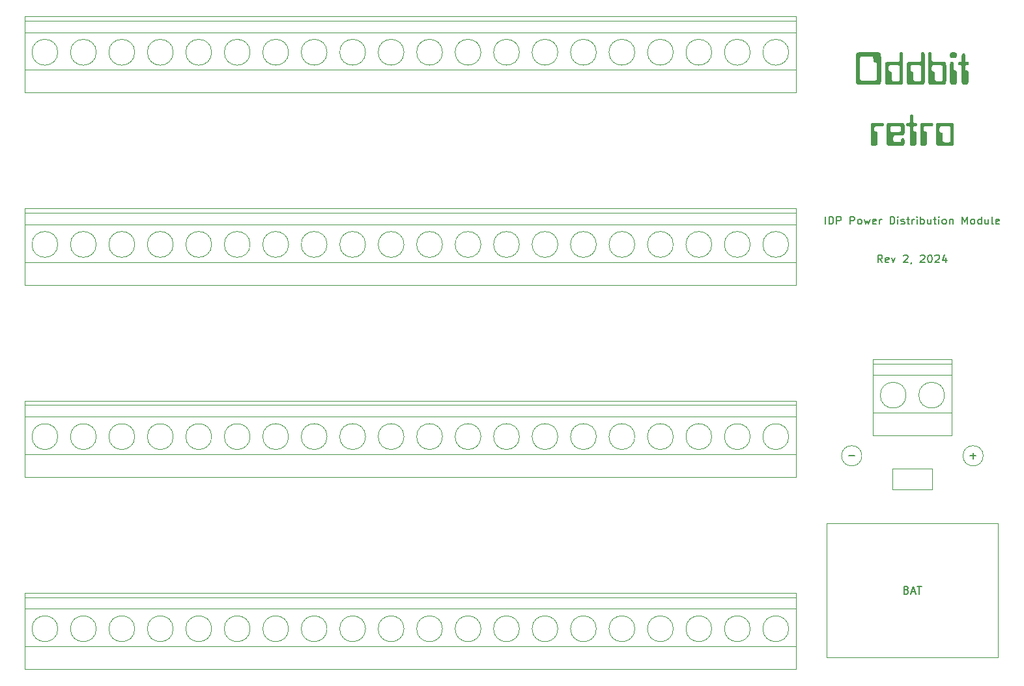
<source format=gbr>
G04 #@! TF.GenerationSoftware,KiCad,Pcbnew,7.0.7*
G04 #@! TF.CreationDate,2024-01-31T11:47:32+01:00*
G04 #@! TF.ProjectId,PartnerPDM,50617274-6e65-4725-9044-4d2e6b696361,rev?*
G04 #@! TF.SameCoordinates,Original*
G04 #@! TF.FileFunction,Legend,Top*
G04 #@! TF.FilePolarity,Positive*
%FSLAX46Y46*%
G04 Gerber Fmt 4.6, Leading zero omitted, Abs format (unit mm)*
G04 Created by KiCad (PCBNEW 7.0.7) date 2024-01-31 11:47:32*
%MOMM*%
%LPD*%
G01*
G04 APERTURE LIST*
%ADD10C,0.000000*%
%ADD11C,0.120000*%
%ADD12C,0.150000*%
%ADD13C,2.600000*%
%ADD14C,1.700000*%
%ADD15O,1.700000X1.700000*%
G04 APERTURE END LIST*
D10*
G36*
X158700619Y-56685096D02*
G01*
X158749621Y-56687205D01*
X158772444Y-56688820D01*
X158794176Y-56690822D01*
X158814835Y-56693222D01*
X158834442Y-56696030D01*
X158853016Y-56699257D01*
X158870578Y-56702913D01*
X158887146Y-56707009D01*
X158902742Y-56711555D01*
X158917384Y-56716561D01*
X158931092Y-56722037D01*
X158943886Y-56727995D01*
X158955786Y-56734445D01*
X158966811Y-56741397D01*
X158976982Y-56748862D01*
X158986318Y-56756849D01*
X158994839Y-56765370D01*
X159002565Y-56774434D01*
X159009515Y-56784053D01*
X159015710Y-56794237D01*
X159021168Y-56804995D01*
X159025910Y-56816339D01*
X159029956Y-56828279D01*
X159033325Y-56840826D01*
X159036037Y-56853989D01*
X159038112Y-56867780D01*
X159039570Y-56882208D01*
X159040430Y-56897284D01*
X159040712Y-56913019D01*
X159039570Y-56946003D01*
X159036037Y-56975984D01*
X159033324Y-56989885D01*
X159029955Y-57003081D01*
X159025908Y-57015586D01*
X159021166Y-57027416D01*
X159015707Y-57038585D01*
X159009512Y-57049109D01*
X159002562Y-57059003D01*
X158994835Y-57068282D01*
X158986314Y-57076961D01*
X158976977Y-57085055D01*
X158966806Y-57092580D01*
X158955780Y-57099550D01*
X158943880Y-57105980D01*
X158931085Y-57111886D01*
X158902735Y-57122186D01*
X158870571Y-57130569D01*
X158834435Y-57137157D01*
X158794170Y-57142071D01*
X158749616Y-57145431D01*
X158700617Y-57147358D01*
X158647013Y-57147974D01*
X158151712Y-57147974D01*
X158100842Y-57148614D01*
X158055210Y-57150714D01*
X158014544Y-57154544D01*
X157995989Y-57157192D01*
X157978575Y-57160373D01*
X157962269Y-57164122D01*
X157947035Y-57168472D01*
X157932841Y-57173457D01*
X157919652Y-57179111D01*
X157907436Y-57185467D01*
X157896158Y-57192559D01*
X157885784Y-57200420D01*
X157876282Y-57209085D01*
X157867616Y-57218587D01*
X157859754Y-57228961D01*
X157852662Y-57240238D01*
X157846306Y-57252455D01*
X157840652Y-57265643D01*
X157835666Y-57279837D01*
X157831316Y-57295071D01*
X157827566Y-57311378D01*
X157824384Y-57328792D01*
X157821736Y-57347347D01*
X157817905Y-57388014D01*
X157815805Y-57433649D01*
X157815165Y-57484522D01*
X157815165Y-57516321D01*
X157815495Y-57552588D01*
X157816615Y-57585371D01*
X157818722Y-57614902D01*
X157822009Y-57641413D01*
X157824157Y-57653609D01*
X157826674Y-57665136D01*
X157829583Y-57676025D01*
X157832910Y-57686304D01*
X157836678Y-57696001D01*
X157840913Y-57705147D01*
X157845639Y-57713770D01*
X157850880Y-57721899D01*
X157856660Y-57729562D01*
X157863004Y-57736790D01*
X157869937Y-57743611D01*
X157877482Y-57750054D01*
X157885665Y-57756147D01*
X157894509Y-57761921D01*
X157904039Y-57767404D01*
X157914280Y-57772624D01*
X157925255Y-57777612D01*
X157936990Y-57782395D01*
X157962836Y-57791466D01*
X157992012Y-57800069D01*
X158024714Y-57808435D01*
X158056365Y-57818007D01*
X158084762Y-57827876D01*
X158110071Y-57838342D01*
X158132460Y-57849701D01*
X158142611Y-57855809D01*
X158152095Y-57862251D01*
X158160933Y-57869066D01*
X158169146Y-57876290D01*
X158176753Y-57883961D01*
X158183777Y-57892115D01*
X158190239Y-57900791D01*
X158196158Y-57910024D01*
X158201557Y-57919853D01*
X158206456Y-57930315D01*
X158210876Y-57941446D01*
X158214838Y-57953284D01*
X158221470Y-57979230D01*
X158226522Y-58008451D01*
X158230159Y-58041243D01*
X158232551Y-58077904D01*
X158233862Y-58118733D01*
X158234262Y-58164026D01*
X158234262Y-59135523D01*
X158233321Y-59214838D01*
X158230306Y-59286340D01*
X158224928Y-59350399D01*
X158221263Y-59379754D01*
X158216899Y-59407387D01*
X158211800Y-59433347D01*
X158205930Y-59457678D01*
X158199254Y-59480428D01*
X158191734Y-59501643D01*
X158183335Y-59521370D01*
X158174022Y-59539654D01*
X158163757Y-59556544D01*
X158152505Y-59572084D01*
X158140230Y-59586322D01*
X158126895Y-59599305D01*
X158112466Y-59611078D01*
X158096905Y-59621688D01*
X158080176Y-59631183D01*
X158062245Y-59639607D01*
X158043073Y-59647009D01*
X158022627Y-59653433D01*
X158000868Y-59658928D01*
X157977762Y-59663539D01*
X157953273Y-59667313D01*
X157927364Y-59670297D01*
X157871142Y-59674079D01*
X157808809Y-59675256D01*
X157737746Y-59674358D01*
X157674302Y-59671338D01*
X157618058Y-59665715D01*
X157592505Y-59661776D01*
X157568596Y-59657004D01*
X157546276Y-59651339D01*
X157525496Y-59644721D01*
X157506201Y-59637089D01*
X157488340Y-59628383D01*
X157471860Y-59618542D01*
X157456710Y-59607506D01*
X157442836Y-59595214D01*
X157430186Y-59581606D01*
X157418709Y-59566621D01*
X157408351Y-59550199D01*
X157399061Y-59532279D01*
X157390786Y-59512801D01*
X157383473Y-59491705D01*
X157377071Y-59468929D01*
X157371527Y-59444414D01*
X157366789Y-59418099D01*
X157359520Y-59359827D01*
X157354847Y-59293630D01*
X157352350Y-59219023D01*
X157351610Y-59135523D01*
X157351610Y-57186060D01*
X157352427Y-57108238D01*
X157355170Y-57038736D01*
X157360275Y-56977101D01*
X157363850Y-56949090D01*
X157368180Y-56922875D01*
X157373319Y-56898399D01*
X157379322Y-56875604D01*
X157386243Y-56854435D01*
X157394138Y-56834833D01*
X157403060Y-56816742D01*
X157413065Y-56800106D01*
X157424208Y-56784866D01*
X157436542Y-56770967D01*
X157450122Y-56758351D01*
X157465004Y-56746962D01*
X157481241Y-56736742D01*
X157498888Y-56727635D01*
X157518001Y-56719583D01*
X157538634Y-56712531D01*
X157560840Y-56706420D01*
X157584676Y-56701193D01*
X157610195Y-56696795D01*
X157637453Y-56693168D01*
X157697402Y-56688000D01*
X157764959Y-56685233D01*
X157840563Y-56684412D01*
X158647013Y-56684412D01*
X158700619Y-56685096D01*
G37*
G36*
X161329279Y-56685293D02*
G01*
X161397615Y-56688057D01*
X161458099Y-56693222D01*
X161485543Y-56696846D01*
X161511198Y-56701242D01*
X161535123Y-56706465D01*
X161557375Y-56712573D01*
X161578014Y-56719623D01*
X161597097Y-56727672D01*
X161614682Y-56736776D01*
X161630828Y-56746993D01*
X161645593Y-56758380D01*
X161659034Y-56770994D01*
X161671210Y-56784891D01*
X161682179Y-56800129D01*
X161691999Y-56816764D01*
X161700729Y-56834854D01*
X161708426Y-56854455D01*
X161715149Y-56875625D01*
X161720956Y-56898420D01*
X161725904Y-56922897D01*
X161733460Y-56977128D01*
X161738281Y-57038771D01*
X161740832Y-57108284D01*
X161741579Y-57186121D01*
X161741671Y-57840265D01*
X161740784Y-57913775D01*
X161737851Y-57979779D01*
X161732461Y-58038658D01*
X161728718Y-58065544D01*
X161724207Y-58090793D01*
X161718878Y-58114451D01*
X161712679Y-58136565D01*
X161705559Y-58157185D01*
X161697467Y-58176357D01*
X161688352Y-58194129D01*
X161678163Y-58210549D01*
X161666848Y-58225664D01*
X161654356Y-58239523D01*
X161640637Y-58252172D01*
X161625638Y-58263659D01*
X161609309Y-58274033D01*
X161591600Y-58283341D01*
X161572457Y-58291629D01*
X161551831Y-58298948D01*
X161529670Y-58305342D01*
X161505924Y-58310862D01*
X161480540Y-58315553D01*
X161453468Y-58319464D01*
X161394055Y-58325137D01*
X161327274Y-58328261D01*
X161252718Y-58329218D01*
X160624071Y-58329218D01*
X160573201Y-58329858D01*
X160527568Y-58331958D01*
X160486902Y-58335788D01*
X160468348Y-58338436D01*
X160450934Y-58341617D01*
X160434627Y-58345366D01*
X160419394Y-58349716D01*
X160405199Y-58354701D01*
X160392011Y-58360355D01*
X160379795Y-58366711D01*
X160368517Y-58373802D01*
X160358143Y-58381664D01*
X160348640Y-58390329D01*
X160339975Y-58399831D01*
X160332113Y-58410204D01*
X160325021Y-58421482D01*
X160318665Y-58433699D01*
X160313011Y-58446887D01*
X160308025Y-58461081D01*
X160303675Y-58476315D01*
X160299925Y-58492622D01*
X160296743Y-58510036D01*
X160294095Y-58528591D01*
X160290264Y-58569258D01*
X160288164Y-58614893D01*
X160287523Y-58665765D01*
X160287523Y-58868951D01*
X160288026Y-58922952D01*
X160289756Y-58970909D01*
X160293049Y-59013175D01*
X160295386Y-59032284D01*
X160298239Y-59050103D01*
X160301651Y-59066676D01*
X160305662Y-59082047D01*
X160310315Y-59096260D01*
X160315652Y-59109360D01*
X160321715Y-59121390D01*
X160328545Y-59132395D01*
X160336184Y-59142419D01*
X160344674Y-59151506D01*
X160354057Y-59159700D01*
X160364375Y-59167046D01*
X160375670Y-59173587D01*
X160387984Y-59179367D01*
X160401357Y-59184431D01*
X160415833Y-59188824D01*
X160431453Y-59192588D01*
X160448260Y-59195769D01*
X160485597Y-59200556D01*
X160528181Y-59203538D01*
X160576346Y-59205068D01*
X160630426Y-59205499D01*
X161005075Y-59205499D01*
X161039325Y-59204892D01*
X161070712Y-59203020D01*
X161085367Y-59201586D01*
X161099347Y-59199808D01*
X161112668Y-59197677D01*
X161125342Y-59195183D01*
X161137383Y-59192318D01*
X161148806Y-59189070D01*
X161159625Y-59185433D01*
X161169853Y-59181395D01*
X161179504Y-59176948D01*
X161188593Y-59172082D01*
X161197132Y-59166789D01*
X161205136Y-59161058D01*
X161212619Y-59154881D01*
X161219595Y-59148248D01*
X161226078Y-59141150D01*
X161232081Y-59133577D01*
X161237618Y-59125521D01*
X161242704Y-59116972D01*
X161247352Y-59107920D01*
X161251576Y-59098357D01*
X161255390Y-59088273D01*
X161258808Y-59077658D01*
X161261844Y-59066504D01*
X161264511Y-59054801D01*
X161266824Y-59042539D01*
X161268797Y-59029711D01*
X161271776Y-59002313D01*
X161284380Y-58894312D01*
X161287504Y-58868863D01*
X161289622Y-58856703D01*
X161292108Y-58844922D01*
X161294962Y-58833523D01*
X161298181Y-58822507D01*
X161301766Y-58811877D01*
X161305715Y-58801635D01*
X161310027Y-58791785D01*
X161314700Y-58782327D01*
X161319734Y-58773265D01*
X161325127Y-58764600D01*
X161330878Y-58756335D01*
X161336985Y-58748473D01*
X161343449Y-58741015D01*
X161350267Y-58733965D01*
X161357439Y-58727323D01*
X161364963Y-58721093D01*
X161372838Y-58715278D01*
X161381063Y-58709878D01*
X161389637Y-58704897D01*
X161398558Y-58700337D01*
X161407826Y-58696200D01*
X161417439Y-58692489D01*
X161427396Y-58689206D01*
X161437696Y-58686353D01*
X161448338Y-58683933D01*
X161459320Y-58681947D01*
X161470642Y-58680398D01*
X161482302Y-58679290D01*
X161494299Y-58678623D01*
X161506632Y-58678400D01*
X161536476Y-58679596D01*
X161550572Y-58681099D01*
X161564125Y-58683212D01*
X161577138Y-58685938D01*
X161589616Y-58689282D01*
X161601565Y-58693250D01*
X161612988Y-58697846D01*
X161623890Y-58703074D01*
X161634276Y-58708939D01*
X161644150Y-58715446D01*
X161653518Y-58722600D01*
X161662383Y-58730405D01*
X161670751Y-58738865D01*
X161678626Y-58747986D01*
X161686012Y-58757772D01*
X161692915Y-58768228D01*
X161699339Y-58779358D01*
X161705289Y-58791167D01*
X161710769Y-58803660D01*
X161715783Y-58816842D01*
X161720338Y-58830716D01*
X161728084Y-58860562D01*
X161734044Y-58893237D01*
X161738255Y-58928776D01*
X161740754Y-58967218D01*
X161741579Y-59008600D01*
X161741579Y-59186395D01*
X161740692Y-59260962D01*
X161737759Y-59327749D01*
X161732370Y-59387168D01*
X161728627Y-59414242D01*
X161724116Y-59439627D01*
X161718787Y-59463374D01*
X161712588Y-59485536D01*
X161705468Y-59506162D01*
X161697376Y-59525304D01*
X161688261Y-59543013D01*
X161678071Y-59559341D01*
X161666756Y-59574338D01*
X161654264Y-59588056D01*
X161640545Y-59600546D01*
X161625547Y-59611860D01*
X161609218Y-59622047D01*
X161591508Y-59631161D01*
X161572366Y-59639251D01*
X161551740Y-59646369D01*
X161529579Y-59652566D01*
X161505832Y-59657893D01*
X161480448Y-59662402D01*
X161453376Y-59666144D01*
X161393963Y-59671530D01*
X161327183Y-59674462D01*
X161252626Y-59675348D01*
X159900080Y-59675348D01*
X159825525Y-59674461D01*
X159758745Y-59671528D01*
X159699333Y-59666139D01*
X159672261Y-59662395D01*
X159646877Y-59657885D01*
X159623131Y-59652555D01*
X159600970Y-59646356D01*
X159580344Y-59639237D01*
X159561202Y-59631145D01*
X159543492Y-59622029D01*
X159527163Y-59611840D01*
X159512164Y-59600525D01*
X159498445Y-59588033D01*
X159485953Y-59574314D01*
X159474638Y-59559315D01*
X159464448Y-59542987D01*
X159455332Y-59525277D01*
X159447240Y-59506134D01*
X159440120Y-59485509D01*
X159433921Y-59463348D01*
X159428591Y-59439601D01*
X159424080Y-59414217D01*
X159420337Y-59387145D01*
X159414948Y-59327732D01*
X159412014Y-59260952D01*
X159411127Y-59186395D01*
X159411127Y-57522699D01*
X159874682Y-57522699D01*
X159875112Y-57577817D01*
X159876641Y-57626751D01*
X159879620Y-57669865D01*
X159884404Y-57707520D01*
X159887583Y-57724414D01*
X159891346Y-57740079D01*
X159895737Y-57754561D01*
X159900800Y-57767905D01*
X159906579Y-57780157D01*
X159913118Y-57791361D01*
X159920462Y-57801563D01*
X159928655Y-57810808D01*
X159937740Y-57819142D01*
X159947763Y-57826609D01*
X159958768Y-57833256D01*
X159970797Y-57839128D01*
X159983897Y-57844269D01*
X159998110Y-57848725D01*
X160013482Y-57852542D01*
X160030055Y-57855765D01*
X160066986Y-57860609D01*
X160109257Y-57863621D01*
X160157220Y-57865161D01*
X160211229Y-57865595D01*
X160941477Y-57865595D01*
X160993394Y-57865022D01*
X161039804Y-57863101D01*
X161081005Y-57859524D01*
X161099746Y-57857019D01*
X161117295Y-57853984D01*
X161133691Y-57850382D01*
X161148971Y-57846174D01*
X161163171Y-57841323D01*
X161176330Y-57835788D01*
X161188484Y-57829533D01*
X161199671Y-57822519D01*
X161209927Y-57814707D01*
X161219291Y-57806059D01*
X161227799Y-57796536D01*
X161235488Y-57786101D01*
X161242395Y-57774715D01*
X161248559Y-57762340D01*
X161254016Y-57748937D01*
X161258803Y-57734468D01*
X161262957Y-57718894D01*
X161266517Y-57702177D01*
X161269518Y-57684279D01*
X161271998Y-57665162D01*
X161275545Y-57623115D01*
X161277454Y-57575730D01*
X161278025Y-57522699D01*
X161278025Y-57478296D01*
X161277454Y-57426372D01*
X161275544Y-57379957D01*
X161271997Y-57338753D01*
X161269517Y-57320012D01*
X161266516Y-57302462D01*
X161262956Y-57286065D01*
X161258801Y-57270785D01*
X161254014Y-57256585D01*
X161248557Y-57243426D01*
X161242393Y-57231272D01*
X161235485Y-57220086D01*
X161227796Y-57209830D01*
X161219288Y-57200468D01*
X161209924Y-57191961D01*
X161199668Y-57184273D01*
X161188481Y-57177366D01*
X161176327Y-57171204D01*
X161163168Y-57165748D01*
X161148967Y-57160962D01*
X161133688Y-57156809D01*
X161117292Y-57153251D01*
X161099742Y-57150251D01*
X161081003Y-57147772D01*
X161039802Y-57144227D01*
X160993393Y-57142318D01*
X160941477Y-57141748D01*
X160211229Y-57141748D01*
X160157222Y-57142179D01*
X160109261Y-57143707D01*
X160066992Y-57146686D01*
X160030062Y-57151470D01*
X160013488Y-57154649D01*
X159998117Y-57158411D01*
X159983904Y-57162802D01*
X159970804Y-57167864D01*
X159958774Y-57173643D01*
X159947770Y-57180182D01*
X159937746Y-57187526D01*
X159928660Y-57195718D01*
X159920467Y-57204804D01*
X159913123Y-57214827D01*
X159906583Y-57225831D01*
X159900804Y-57237861D01*
X159895740Y-57250960D01*
X159891349Y-57265173D01*
X159887586Y-57280545D01*
X159884406Y-57297119D01*
X159879622Y-57334050D01*
X159876642Y-57376321D01*
X159875113Y-57424285D01*
X159874682Y-57478296D01*
X159874682Y-57522699D01*
X159411127Y-57522699D01*
X159411127Y-57186121D01*
X159411944Y-57108299D01*
X159414687Y-57038797D01*
X159419792Y-56977162D01*
X159423367Y-56949151D01*
X159427697Y-56922936D01*
X159432836Y-56898460D01*
X159438839Y-56875665D01*
X159445760Y-56854496D01*
X159453655Y-56834894D01*
X159462577Y-56816803D01*
X159472582Y-56800167D01*
X159483725Y-56784927D01*
X159496058Y-56771028D01*
X159509639Y-56758412D01*
X159524520Y-56747023D01*
X159540758Y-56736803D01*
X159558405Y-56727696D01*
X159577518Y-56719644D01*
X159598150Y-56712592D01*
X159620357Y-56706481D01*
X159644193Y-56701255D01*
X159669712Y-56696856D01*
X159696970Y-56693229D01*
X159756918Y-56688061D01*
X159824476Y-56685294D01*
X159900080Y-56684473D01*
X161252626Y-56684473D01*
X161329279Y-56685293D01*
G37*
G36*
X161348039Y-47490750D02*
G01*
X161378020Y-47494082D01*
X161405118Y-47499850D01*
X161417623Y-47503703D01*
X161429453Y-47508232D01*
X161440622Y-47513459D01*
X161451146Y-47519405D01*
X161461039Y-47526093D01*
X161470318Y-47533544D01*
X161478997Y-47541782D01*
X161487090Y-47550828D01*
X161494614Y-47560704D01*
X161501584Y-47571432D01*
X161508014Y-47583034D01*
X161513919Y-47595533D01*
X161519315Y-47608950D01*
X161524217Y-47623308D01*
X161532600Y-47654934D01*
X161539187Y-47690587D01*
X161544099Y-47730444D01*
X161547459Y-47774683D01*
X161549385Y-47823478D01*
X161550001Y-47877008D01*
X161550001Y-51248865D01*
X161548908Y-51319242D01*
X161545425Y-51382920D01*
X161539244Y-51440198D01*
X161535046Y-51466529D01*
X161530058Y-51491372D01*
X161524243Y-51514763D01*
X161517561Y-51536741D01*
X161509975Y-51557341D01*
X161501446Y-51576602D01*
X161491936Y-51594560D01*
X161481406Y-51611253D01*
X161469818Y-51626718D01*
X161457133Y-51640993D01*
X161443314Y-51654114D01*
X161428321Y-51666118D01*
X161412117Y-51677044D01*
X161394663Y-51686927D01*
X161375920Y-51695806D01*
X161355851Y-51703718D01*
X161334417Y-51710699D01*
X161311579Y-51716788D01*
X161287300Y-51722021D01*
X161261540Y-51726435D01*
X161205427Y-51732957D01*
X161142933Y-51736652D01*
X161073751Y-51737817D01*
X159708502Y-51737817D01*
X159633946Y-51736931D01*
X159567167Y-51733997D01*
X159507754Y-51728608D01*
X159480683Y-51724865D01*
X159455299Y-51720354D01*
X159431552Y-51715025D01*
X159409392Y-51708826D01*
X159388766Y-51701706D01*
X159369623Y-51693614D01*
X159351913Y-51684499D01*
X159335585Y-51674309D01*
X159320586Y-51662994D01*
X159306866Y-51650503D01*
X159294375Y-51636783D01*
X159283059Y-51621785D01*
X159272870Y-51605456D01*
X159263754Y-51587746D01*
X159255662Y-51568604D01*
X159248542Y-51547978D01*
X159242343Y-51525817D01*
X159237013Y-51502071D01*
X159232502Y-51476687D01*
X159228759Y-51449615D01*
X159223369Y-51390201D01*
X159220436Y-51323421D01*
X159219549Y-51248865D01*
X159219549Y-49718500D01*
X159683096Y-49718500D01*
X159683496Y-49754767D01*
X159684807Y-49787549D01*
X159687197Y-49817081D01*
X159688849Y-49830699D01*
X159690834Y-49843592D01*
X159693172Y-49855788D01*
X159695885Y-49867315D01*
X159698993Y-49878204D01*
X159702517Y-49888483D01*
X159706478Y-49898180D01*
X159710897Y-49907326D01*
X159715796Y-49915949D01*
X159721194Y-49924078D01*
X159727113Y-49931741D01*
X159733574Y-49938969D01*
X159740598Y-49945790D01*
X159748206Y-49952233D01*
X159756418Y-49958326D01*
X159765256Y-49964100D01*
X159774740Y-49969583D01*
X159784892Y-49974803D01*
X159795732Y-49979791D01*
X159807281Y-49984574D01*
X159832592Y-49993645D01*
X159860990Y-50002248D01*
X159892645Y-50010614D01*
X159924296Y-50020185D01*
X159952693Y-50030055D01*
X159978002Y-50040521D01*
X160000391Y-50051880D01*
X160010542Y-50057988D01*
X160020027Y-50064430D01*
X160028864Y-50071245D01*
X160037077Y-50078469D01*
X160044684Y-50086140D01*
X160051708Y-50094294D01*
X160058170Y-50102970D01*
X160064090Y-50112203D01*
X160069488Y-50122032D01*
X160074387Y-50132494D01*
X160078807Y-50143625D01*
X160082769Y-50155463D01*
X160089401Y-50181409D01*
X160094453Y-50210630D01*
X160098091Y-50243422D01*
X160100482Y-50280083D01*
X160101793Y-50320912D01*
X160102194Y-50366205D01*
X160102194Y-50937708D01*
X160102626Y-50991708D01*
X160104166Y-51039665D01*
X160107175Y-51081931D01*
X160112017Y-51118859D01*
X160115238Y-51135432D01*
X160119054Y-51150803D01*
X160123509Y-51165016D01*
X160128649Y-51178116D01*
X160134519Y-51190146D01*
X160141165Y-51201151D01*
X160148631Y-51211175D01*
X160156964Y-51220262D01*
X160166208Y-51228456D01*
X160176410Y-51235802D01*
X160187613Y-51242343D01*
X160199864Y-51248123D01*
X160213208Y-51253188D01*
X160227691Y-51257580D01*
X160243357Y-51261344D01*
X160260252Y-51264525D01*
X160297910Y-51269312D01*
X160341029Y-51272294D01*
X160389970Y-51273824D01*
X160445097Y-51274255D01*
X160749899Y-51274255D01*
X160801887Y-51273685D01*
X160848499Y-51271776D01*
X160890014Y-51268229D01*
X160908947Y-51265749D01*
X160926710Y-51262748D01*
X160943338Y-51259189D01*
X160958866Y-51255035D01*
X160973329Y-51250248D01*
X160986763Y-51244792D01*
X160999200Y-51238628D01*
X161010677Y-51231721D01*
X161021229Y-51224032D01*
X161030890Y-51215524D01*
X161039695Y-51206161D01*
X161047680Y-51195905D01*
X161054878Y-51184718D01*
X161061325Y-51172564D01*
X161067056Y-51159405D01*
X161072106Y-51145205D01*
X161076509Y-51129925D01*
X161080301Y-51113529D01*
X161083515Y-51095979D01*
X161086188Y-51077239D01*
X161090049Y-51036037D01*
X161092160Y-50989626D01*
X161092802Y-50937708D01*
X161092802Y-49540704D01*
X161092794Y-49540704D01*
X161092224Y-49488781D01*
X161090314Y-49442366D01*
X161086767Y-49401162D01*
X161084286Y-49382420D01*
X161081285Y-49364870D01*
X161077726Y-49348474D01*
X161073571Y-49333194D01*
X161068784Y-49318993D01*
X161063327Y-49305835D01*
X161057163Y-49293681D01*
X161050255Y-49282495D01*
X161042565Y-49272239D01*
X161034057Y-49262876D01*
X161024694Y-49254369D01*
X161014437Y-49246681D01*
X161003250Y-49239775D01*
X160991096Y-49233612D01*
X160977937Y-49228156D01*
X160963737Y-49223371D01*
X160948457Y-49219217D01*
X160932061Y-49215659D01*
X160914512Y-49212659D01*
X160895772Y-49210180D01*
X160854572Y-49206635D01*
X160808162Y-49204727D01*
X160756246Y-49204157D01*
X160019643Y-49204157D01*
X159968774Y-49204797D01*
X159923141Y-49206898D01*
X159882475Y-49210729D01*
X159863920Y-49213378D01*
X159846507Y-49216560D01*
X159830200Y-49220310D01*
X159814966Y-49224661D01*
X159800772Y-49229647D01*
X159787583Y-49235302D01*
X159775367Y-49241659D01*
X159764089Y-49248751D01*
X159753715Y-49256614D01*
X159744213Y-49265279D01*
X159735547Y-49274782D01*
X159727685Y-49285156D01*
X159720593Y-49296434D01*
X159714237Y-49308651D01*
X159708583Y-49321839D01*
X159703598Y-49336034D01*
X159699247Y-49351267D01*
X159695497Y-49367574D01*
X159692315Y-49384987D01*
X159689667Y-49403541D01*
X159685836Y-49444206D01*
X159683736Y-49489837D01*
X159683096Y-49540704D01*
X159683096Y-49718500D01*
X159219549Y-49718500D01*
X159219549Y-49242273D01*
X159220366Y-49165568D01*
X159223108Y-49097045D01*
X159228213Y-49036257D01*
X159231789Y-49008624D01*
X159236118Y-48982758D01*
X159241257Y-48958603D01*
X159247260Y-48936103D01*
X159254182Y-48915202D01*
X159262077Y-48895844D01*
X159270999Y-48877975D01*
X159281004Y-48861537D01*
X159292146Y-48846476D01*
X159304480Y-48832735D01*
X159318061Y-48820259D01*
X159332942Y-48808992D01*
X159349179Y-48798878D01*
X159366827Y-48789861D01*
X159385940Y-48781887D01*
X159406572Y-48774898D01*
X159428779Y-48768839D01*
X159452615Y-48763655D01*
X159478134Y-48759290D01*
X159505392Y-48755688D01*
X159565340Y-48750549D01*
X159632898Y-48747792D01*
X159708502Y-48746973D01*
X160794355Y-48746973D01*
X160836352Y-48746204D01*
X160874360Y-48743797D01*
X160908553Y-48739605D01*
X160924276Y-48736793D01*
X160939111Y-48733478D01*
X160953081Y-48729642D01*
X160966208Y-48725267D01*
X160978514Y-48720333D01*
X160990022Y-48714823D01*
X161000753Y-48708718D01*
X161010729Y-48701998D01*
X161019973Y-48694646D01*
X161028507Y-48686643D01*
X161036352Y-48677970D01*
X161043531Y-48668609D01*
X161050066Y-48658541D01*
X161055979Y-48647747D01*
X161061292Y-48636210D01*
X161066027Y-48623909D01*
X161070206Y-48610827D01*
X161073852Y-48596945D01*
X161076986Y-48582244D01*
X161079630Y-48566707D01*
X161083539Y-48533045D01*
X161085755Y-48495812D01*
X161086454Y-48454858D01*
X161086454Y-47877008D01*
X161087138Y-47823463D01*
X161089244Y-47774656D01*
X161090857Y-47751974D01*
X161092857Y-47730410D01*
X161095255Y-47709943D01*
X161098061Y-47690549D01*
X161101285Y-47672206D01*
X161104939Y-47654893D01*
X161109032Y-47638588D01*
X161113574Y-47623268D01*
X161118578Y-47608911D01*
X161124052Y-47595495D01*
X161130008Y-47582998D01*
X161136455Y-47571397D01*
X161143405Y-47560672D01*
X161150868Y-47550798D01*
X161158854Y-47541755D01*
X161167373Y-47533520D01*
X161176437Y-47526071D01*
X161186056Y-47519386D01*
X161196240Y-47513443D01*
X161206999Y-47508219D01*
X161218345Y-47503693D01*
X161230287Y-47499842D01*
X161242836Y-47496645D01*
X161256002Y-47494078D01*
X161269797Y-47492120D01*
X161284230Y-47490749D01*
X161299312Y-47489943D01*
X161315054Y-47489679D01*
X161348039Y-47490750D01*
G37*
G36*
X165120472Y-56685096D02*
G01*
X165169474Y-56687205D01*
X165192297Y-56688820D01*
X165214029Y-56690822D01*
X165234688Y-56693222D01*
X165254295Y-56696030D01*
X165272870Y-56699257D01*
X165290431Y-56702913D01*
X165307000Y-56707009D01*
X165322595Y-56711555D01*
X165337237Y-56716561D01*
X165350945Y-56722037D01*
X165363739Y-56727995D01*
X165375639Y-56734445D01*
X165386665Y-56741397D01*
X165396835Y-56748862D01*
X165406172Y-56756849D01*
X165414693Y-56765370D01*
X165422418Y-56774434D01*
X165429368Y-56784053D01*
X165435563Y-56794237D01*
X165441021Y-56804995D01*
X165445763Y-56816339D01*
X165449809Y-56828279D01*
X165453178Y-56840826D01*
X165455890Y-56853989D01*
X165457965Y-56867780D01*
X165459423Y-56882208D01*
X165460283Y-56897284D01*
X165460566Y-56913019D01*
X165459423Y-56946003D01*
X165455890Y-56975984D01*
X165453177Y-56989885D01*
X165449808Y-57003081D01*
X165445762Y-57015586D01*
X165441019Y-57027416D01*
X165435560Y-57038585D01*
X165429365Y-57049109D01*
X165422415Y-57059003D01*
X165414689Y-57068282D01*
X165406167Y-57076961D01*
X165396831Y-57085055D01*
X165386659Y-57092580D01*
X165375633Y-57099550D01*
X165363733Y-57105980D01*
X165350939Y-57111886D01*
X165322588Y-57122186D01*
X165290424Y-57130569D01*
X165254289Y-57137157D01*
X165214023Y-57142071D01*
X165169470Y-57145431D01*
X165120470Y-57147358D01*
X165066866Y-57147974D01*
X164571566Y-57147974D01*
X164520696Y-57148614D01*
X164475063Y-57150714D01*
X164434397Y-57154544D01*
X164415843Y-57157192D01*
X164398429Y-57160373D01*
X164382122Y-57164122D01*
X164366888Y-57168472D01*
X164352694Y-57173457D01*
X164339505Y-57179111D01*
X164327289Y-57185467D01*
X164316011Y-57192559D01*
X164305638Y-57200420D01*
X164296135Y-57209085D01*
X164287470Y-57218587D01*
X164279608Y-57228961D01*
X164272515Y-57240238D01*
X164266159Y-57252455D01*
X164260505Y-57265643D01*
X164255520Y-57279837D01*
X164251169Y-57295071D01*
X164247420Y-57311378D01*
X164244238Y-57328792D01*
X164241589Y-57347347D01*
X164237759Y-57388014D01*
X164235658Y-57433649D01*
X164235018Y-57484522D01*
X164235018Y-57516321D01*
X164235348Y-57552588D01*
X164236468Y-57585371D01*
X164238575Y-57614902D01*
X164241863Y-57641413D01*
X164244010Y-57653609D01*
X164246527Y-57665136D01*
X164249436Y-57676025D01*
X164252763Y-57686304D01*
X164256532Y-57696001D01*
X164260767Y-57705147D01*
X164265492Y-57713770D01*
X164270733Y-57721899D01*
X164276513Y-57729562D01*
X164282857Y-57736790D01*
X164289790Y-57743611D01*
X164297335Y-57750054D01*
X164305518Y-57756147D01*
X164314362Y-57761921D01*
X164323892Y-57767404D01*
X164334133Y-57772624D01*
X164345109Y-57777612D01*
X164356844Y-57782395D01*
X164382689Y-57791466D01*
X164411865Y-57800069D01*
X164444567Y-57808435D01*
X164476222Y-57818007D01*
X164504622Y-57827876D01*
X164529933Y-57838342D01*
X164552323Y-57849701D01*
X164562474Y-57855809D01*
X164571959Y-57862251D01*
X164580797Y-57869066D01*
X164589009Y-57876290D01*
X164596616Y-57883961D01*
X164603640Y-57892115D01*
X164610101Y-57900791D01*
X164616020Y-57910024D01*
X164621418Y-57919853D01*
X164626317Y-57930315D01*
X164630736Y-57941446D01*
X164634697Y-57953284D01*
X164641328Y-57979230D01*
X164646378Y-58008451D01*
X164650015Y-58041243D01*
X164652405Y-58077904D01*
X164653716Y-58118733D01*
X164654116Y-58164026D01*
X164654116Y-59135523D01*
X164653175Y-59214838D01*
X164650159Y-59286340D01*
X164644781Y-59350399D01*
X164641116Y-59379754D01*
X164636752Y-59407387D01*
X164631653Y-59433347D01*
X164625784Y-59457678D01*
X164619107Y-59480428D01*
X164611587Y-59501643D01*
X164603189Y-59521370D01*
X164593875Y-59539654D01*
X164583610Y-59556544D01*
X164572358Y-59572084D01*
X164560083Y-59586322D01*
X164546749Y-59599305D01*
X164532319Y-59611078D01*
X164516758Y-59621688D01*
X164500030Y-59631183D01*
X164482098Y-59639607D01*
X164462927Y-59647009D01*
X164442480Y-59653433D01*
X164420721Y-59658928D01*
X164397616Y-59663539D01*
X164373126Y-59667313D01*
X164347217Y-59670297D01*
X164290995Y-59674079D01*
X164228663Y-59675256D01*
X164157603Y-59674358D01*
X164094162Y-59671338D01*
X164037920Y-59665715D01*
X164012368Y-59661776D01*
X163988458Y-59657004D01*
X163966140Y-59651339D01*
X163945359Y-59644721D01*
X163926064Y-59637089D01*
X163908203Y-59628383D01*
X163891723Y-59618542D01*
X163876572Y-59607506D01*
X163862698Y-59595214D01*
X163850048Y-59581606D01*
X163838570Y-59566621D01*
X163828212Y-59550199D01*
X163818921Y-59532279D01*
X163810645Y-59512801D01*
X163803332Y-59491705D01*
X163796929Y-59468929D01*
X163791384Y-59444414D01*
X163786645Y-59418099D01*
X163779375Y-59359827D01*
X163774701Y-59293630D01*
X163772203Y-59219023D01*
X163771463Y-59135523D01*
X163771463Y-57186060D01*
X163772280Y-57108238D01*
X163775023Y-57038736D01*
X163780128Y-56977101D01*
X163783703Y-56949090D01*
X163788033Y-56922875D01*
X163793172Y-56898399D01*
X163799175Y-56875604D01*
X163806096Y-56854435D01*
X163813991Y-56834833D01*
X163822914Y-56816742D01*
X163832919Y-56800106D01*
X163844061Y-56784866D01*
X163856395Y-56770967D01*
X163869975Y-56758351D01*
X163884857Y-56746962D01*
X163901094Y-56736742D01*
X163918742Y-56727635D01*
X163937854Y-56719583D01*
X163958487Y-56712531D01*
X163980693Y-56706420D01*
X164004529Y-56701193D01*
X164030048Y-56696795D01*
X164057306Y-56693168D01*
X164117255Y-56688000D01*
X164184812Y-56685233D01*
X164260416Y-56684412D01*
X165066866Y-56684412D01*
X165120472Y-56685096D01*
G37*
D11*
X156187454Y-100000000D02*
G75*
G03*
X156187454Y-100000000I-1315933J0D01*
G01*
D10*
G36*
X167912859Y-48735318D02*
G01*
X167942065Y-48738650D01*
X167968628Y-48744418D01*
X167980948Y-48748271D01*
X167992643Y-48752800D01*
X168003723Y-48758027D01*
X168014201Y-48763973D01*
X168024088Y-48770661D01*
X168033396Y-48778112D01*
X168042137Y-48786350D01*
X168050322Y-48795396D01*
X168057963Y-48805272D01*
X168065071Y-48816000D01*
X168071658Y-48827602D01*
X168077736Y-48840101D01*
X168083316Y-48853518D01*
X168088410Y-48867876D01*
X168097187Y-48899502D01*
X168104160Y-48935155D01*
X168109420Y-48975012D01*
X168113063Y-49019250D01*
X168115180Y-49068046D01*
X168115865Y-49121576D01*
X168115865Y-49578790D01*
X168116194Y-49615057D01*
X168117304Y-49647840D01*
X168119381Y-49677371D01*
X168122612Y-49703882D01*
X168124718Y-49716078D01*
X168127182Y-49727606D01*
X168130028Y-49738494D01*
X168133278Y-49748773D01*
X168136956Y-49758471D01*
X168141085Y-49767617D01*
X168145689Y-49776239D01*
X168150790Y-49784368D01*
X168156412Y-49792032D01*
X168162578Y-49799260D01*
X168169312Y-49806080D01*
X168176636Y-49812523D01*
X168184575Y-49818617D01*
X168193150Y-49824390D01*
X168202386Y-49829873D01*
X168212306Y-49835094D01*
X168222932Y-49840081D01*
X168234289Y-49844865D01*
X168259286Y-49853936D01*
X168287484Y-49862538D01*
X168319067Y-49870905D01*
X168350719Y-49880476D01*
X168379115Y-49890346D01*
X168404424Y-49900811D01*
X168426813Y-49912171D01*
X168436964Y-49918278D01*
X168446449Y-49924721D01*
X168455286Y-49931536D01*
X168463499Y-49938760D01*
X168471106Y-49946430D01*
X168478131Y-49954585D01*
X168484592Y-49963260D01*
X168490512Y-49972494D01*
X168495910Y-49982323D01*
X168500809Y-49992784D01*
X168505229Y-50003915D01*
X168509191Y-50015754D01*
X168515824Y-50041700D01*
X168520875Y-50070920D01*
X168524513Y-50103712D01*
X168526904Y-50140374D01*
X168528216Y-50181202D01*
X168528616Y-50226495D01*
X168528616Y-51198023D01*
X168527746Y-51277338D01*
X168524932Y-51348840D01*
X168519868Y-51412899D01*
X168516395Y-51442254D01*
X168512245Y-51469887D01*
X168507379Y-51495847D01*
X168501757Y-51520178D01*
X168495343Y-51542928D01*
X168488098Y-51564143D01*
X168479983Y-51583870D01*
X168470960Y-51602154D01*
X168460990Y-51619044D01*
X168450036Y-51634584D01*
X168438058Y-51648822D01*
X168425019Y-51661805D01*
X168410880Y-51673578D01*
X168395602Y-51684188D01*
X168379148Y-51693683D01*
X168361479Y-51702107D01*
X168342556Y-51709509D01*
X168322342Y-51715933D01*
X168300797Y-51721428D01*
X168277884Y-51726039D01*
X168253564Y-51729813D01*
X168227799Y-51732797D01*
X168171779Y-51736579D01*
X168109518Y-51737756D01*
X168038455Y-51736858D01*
X167975011Y-51733838D01*
X167918767Y-51728215D01*
X167893214Y-51724276D01*
X167869304Y-51719504D01*
X167846985Y-51713839D01*
X167826204Y-51707221D01*
X167806909Y-51699589D01*
X167789048Y-51690883D01*
X167772569Y-51681042D01*
X167757418Y-51670006D01*
X167743544Y-51657714D01*
X167730895Y-51644106D01*
X167719417Y-51629121D01*
X167709060Y-51612699D01*
X167699769Y-51594779D01*
X167691494Y-51575301D01*
X167684182Y-51554205D01*
X167677780Y-51531429D01*
X167672235Y-51506914D01*
X167667497Y-51480599D01*
X167660229Y-51422327D01*
X167655555Y-51356130D01*
X167653058Y-51281523D01*
X167652319Y-51198023D01*
X167652319Y-49121576D01*
X167653002Y-49069087D01*
X167655109Y-49021064D01*
X167656722Y-48998681D01*
X167658722Y-48977358D01*
X167661120Y-48957077D01*
X167663925Y-48937820D01*
X167667150Y-48919568D01*
X167670803Y-48902301D01*
X167674896Y-48886002D01*
X167679439Y-48870652D01*
X167684442Y-48856232D01*
X167689917Y-48842724D01*
X167695872Y-48830109D01*
X167702320Y-48818369D01*
X167709270Y-48807484D01*
X167716732Y-48797436D01*
X167724718Y-48788207D01*
X167733238Y-48779778D01*
X167742302Y-48772130D01*
X167751920Y-48765245D01*
X167762104Y-48759104D01*
X167772864Y-48753688D01*
X167784209Y-48748980D01*
X167796151Y-48744959D01*
X167808700Y-48741609D01*
X167821867Y-48738909D01*
X167835662Y-48736841D01*
X167850095Y-48735387D01*
X167865177Y-48734529D01*
X167880918Y-48734247D01*
X167912859Y-48735318D01*
G37*
D11*
X151634782Y-108750000D02*
X173878261Y-108750000D01*
X173878261Y-126250000D01*
X151634782Y-126250000D01*
X151634782Y-108750000D01*
D10*
G36*
X165079736Y-47490750D02*
G01*
X165109718Y-47494082D01*
X165136815Y-47499850D01*
X165149320Y-47503703D01*
X165161150Y-47508232D01*
X165172319Y-47513459D01*
X165182843Y-47519405D01*
X165192737Y-47526093D01*
X165202015Y-47533544D01*
X165210694Y-47541782D01*
X165218787Y-47550828D01*
X165226311Y-47560704D01*
X165233281Y-47571432D01*
X165239711Y-47583034D01*
X165245616Y-47595533D01*
X165251012Y-47608950D01*
X165255915Y-47623308D01*
X165264297Y-47654934D01*
X165270884Y-47690587D01*
X165275796Y-47730444D01*
X165279156Y-47774683D01*
X165281083Y-47823478D01*
X165281698Y-47877008D01*
X165281698Y-48454858D01*
X165282468Y-48495832D01*
X165284885Y-48533081D01*
X165289107Y-48566752D01*
X165291944Y-48582293D01*
X165295291Y-48596996D01*
X165299168Y-48610880D01*
X165303596Y-48623963D01*
X165308593Y-48636264D01*
X165314179Y-48647801D01*
X165320375Y-48658594D01*
X165327200Y-48668660D01*
X165334674Y-48678019D01*
X165342816Y-48686689D01*
X165351647Y-48694689D01*
X165361185Y-48702038D01*
X165371452Y-48708754D01*
X165382466Y-48714855D01*
X165394247Y-48720362D01*
X165406816Y-48725291D01*
X165420192Y-48729663D01*
X165434394Y-48733495D01*
X165449443Y-48736806D01*
X165465358Y-48739615D01*
X165499865Y-48743802D01*
X165538075Y-48746205D01*
X165580145Y-48746973D01*
X166659643Y-48746973D01*
X166735247Y-48747791D01*
X166802804Y-48750545D01*
X166862753Y-48755680D01*
X166890010Y-48759280D01*
X166915530Y-48763642D01*
X166939366Y-48768824D01*
X166961572Y-48774879D01*
X166982205Y-48781865D01*
X167001317Y-48789837D01*
X167018965Y-48798851D01*
X167035202Y-48808962D01*
X167050084Y-48820227D01*
X167063664Y-48832700D01*
X167075998Y-48846439D01*
X167087140Y-48861499D01*
X167097145Y-48877935D01*
X167106068Y-48895804D01*
X167113963Y-48915161D01*
X167120884Y-48936062D01*
X167126887Y-48958563D01*
X167132026Y-48982720D01*
X167136356Y-49008588D01*
X167139931Y-49036223D01*
X167145036Y-49097019D01*
X167147779Y-49165553D01*
X167148596Y-49242273D01*
X167148603Y-51248865D01*
X167147716Y-51323431D01*
X167144783Y-51390219D01*
X167139394Y-51449637D01*
X167135651Y-51476711D01*
X167131140Y-51502096D01*
X167125811Y-51525844D01*
X167119612Y-51548005D01*
X167112492Y-51568631D01*
X167104400Y-51587773D01*
X167095285Y-51605482D01*
X167085095Y-51621810D01*
X167073780Y-51636808D01*
X167061289Y-51650526D01*
X167047569Y-51663016D01*
X167032571Y-51674329D01*
X167016242Y-51684517D01*
X166998532Y-51693630D01*
X166979390Y-51701720D01*
X166958764Y-51708838D01*
X166936603Y-51715035D01*
X166912856Y-51720363D01*
X166887473Y-51724872D01*
X166860401Y-51728613D01*
X166800987Y-51734000D01*
X166734207Y-51736931D01*
X166659651Y-51737817D01*
X165294401Y-51737817D01*
X165225219Y-51736652D01*
X165162725Y-51732956D01*
X165106612Y-51726432D01*
X165080852Y-51722017D01*
X165056573Y-51716784D01*
X165033735Y-51710694D01*
X165012301Y-51703712D01*
X164992232Y-51695799D01*
X164973489Y-51686919D01*
X164956035Y-51677035D01*
X164939831Y-51666108D01*
X164924838Y-51654103D01*
X164911019Y-51640981D01*
X164898334Y-51626706D01*
X164886746Y-51611241D01*
X164876216Y-51594547D01*
X164866706Y-51576588D01*
X164858177Y-51557327D01*
X164850591Y-51536727D01*
X164843909Y-51514750D01*
X164838094Y-51491359D01*
X164833106Y-51466517D01*
X164828908Y-51440186D01*
X164822728Y-51382912D01*
X164819244Y-51319237D01*
X164818151Y-51248865D01*
X164818151Y-49724847D01*
X165281698Y-49724847D01*
X165282098Y-49761144D01*
X165283409Y-49793950D01*
X165285800Y-49823496D01*
X165287452Y-49837120D01*
X165289436Y-49850017D01*
X165291775Y-49862215D01*
X165294487Y-49873744D01*
X165297595Y-49884633D01*
X165301119Y-49894911D01*
X165305080Y-49904607D01*
X165309499Y-49913750D01*
X165314398Y-49922369D01*
X165319796Y-49930494D01*
X165325716Y-49938153D01*
X165332177Y-49945376D01*
X165339201Y-49952191D01*
X165346808Y-49958628D01*
X165355020Y-49964717D01*
X165363858Y-49970484D01*
X165373343Y-49975961D01*
X165383494Y-49981177D01*
X165394334Y-49986159D01*
X165405884Y-49990938D01*
X165431194Y-50000000D01*
X165459593Y-50008597D01*
X165491247Y-50016962D01*
X165522899Y-50026533D01*
X165551295Y-50036403D01*
X165576604Y-50046869D01*
X165598993Y-50058228D01*
X165609145Y-50064335D01*
X165618629Y-50070778D01*
X165627467Y-50077593D01*
X165635679Y-50084817D01*
X165643287Y-50092487D01*
X165650311Y-50100642D01*
X165656772Y-50109317D01*
X165662692Y-50118551D01*
X165668091Y-50128380D01*
X165672989Y-50138841D01*
X165677409Y-50149973D01*
X165681371Y-50161811D01*
X165688004Y-50187757D01*
X165693055Y-50216977D01*
X165696693Y-50249769D01*
X165699084Y-50286431D01*
X165700396Y-50327259D01*
X165700796Y-50372553D01*
X165700796Y-50937708D01*
X165701228Y-50991708D01*
X165702768Y-51039665D01*
X165705777Y-51081931D01*
X165710619Y-51118859D01*
X165713840Y-51135432D01*
X165717656Y-51150803D01*
X165722111Y-51165016D01*
X165727251Y-51178116D01*
X165733121Y-51190146D01*
X165739767Y-51201151D01*
X165747234Y-51211175D01*
X165755566Y-51220262D01*
X165764811Y-51228456D01*
X165775012Y-51235802D01*
X165786215Y-51242343D01*
X165798467Y-51248123D01*
X165811811Y-51253188D01*
X165826293Y-51257580D01*
X165841959Y-51261344D01*
X165858854Y-51264525D01*
X165896512Y-51269312D01*
X165939631Y-51272294D01*
X165988572Y-51273824D01*
X166043699Y-51274255D01*
X166348501Y-51274255D01*
X166400418Y-51273685D01*
X166446829Y-51271776D01*
X166488030Y-51268229D01*
X166506770Y-51265749D01*
X166524319Y-51262748D01*
X166540715Y-51259189D01*
X166555995Y-51255035D01*
X166570195Y-51250248D01*
X166583354Y-51244792D01*
X166595508Y-51238628D01*
X166606695Y-51231721D01*
X166616951Y-51224032D01*
X166626315Y-51215524D01*
X166634823Y-51206161D01*
X166642512Y-51195905D01*
X166649420Y-51184718D01*
X166655583Y-51172564D01*
X166661040Y-51159405D01*
X166665827Y-51145205D01*
X166669981Y-51129925D01*
X166673541Y-51113529D01*
X166676542Y-51095979D01*
X166679022Y-51077239D01*
X166682569Y-51036037D01*
X166684478Y-50989626D01*
X166685049Y-50937708D01*
X166685049Y-49540643D01*
X166684550Y-49488720D01*
X166682841Y-49442305D01*
X166679607Y-49401101D01*
X166674531Y-49364809D01*
X166671204Y-49348413D01*
X166667298Y-49333133D01*
X166662773Y-49318932D01*
X166657590Y-49305774D01*
X166651709Y-49293620D01*
X166645091Y-49282434D01*
X166637697Y-49272178D01*
X166629486Y-49262815D01*
X166620419Y-49254308D01*
X166610457Y-49246620D01*
X166599561Y-49239714D01*
X166587690Y-49233551D01*
X166574805Y-49228095D01*
X166560867Y-49223310D01*
X166545835Y-49219156D01*
X166529672Y-49215598D01*
X166512336Y-49212598D01*
X166493789Y-49210119D01*
X166452901Y-49206574D01*
X166406693Y-49204665D01*
X166354849Y-49204095D01*
X165618246Y-49204095D01*
X165567376Y-49204736D01*
X165521743Y-49206837D01*
X165481077Y-49210668D01*
X165462523Y-49213317D01*
X165445109Y-49216499D01*
X165428802Y-49220249D01*
X165413568Y-49224600D01*
X165399374Y-49229586D01*
X165386186Y-49235241D01*
X165373969Y-49241598D01*
X165362691Y-49248690D01*
X165352318Y-49256553D01*
X165342815Y-49265218D01*
X165334150Y-49274721D01*
X165326288Y-49285095D01*
X165319195Y-49296373D01*
X165312839Y-49308590D01*
X165307185Y-49321778D01*
X165302200Y-49335973D01*
X165297849Y-49351206D01*
X165294100Y-49367513D01*
X165290918Y-49384926D01*
X165288269Y-49403480D01*
X165284439Y-49444145D01*
X165282338Y-49489776D01*
X165281698Y-49540643D01*
X165281698Y-49724847D01*
X164818151Y-49724847D01*
X164818151Y-47877008D01*
X164818835Y-47824519D01*
X164820942Y-47776496D01*
X164822556Y-47754113D01*
X164824556Y-47732790D01*
X164826955Y-47712510D01*
X164829761Y-47693252D01*
X164832986Y-47675000D01*
X164836640Y-47657733D01*
X164840734Y-47641434D01*
X164845278Y-47626084D01*
X164850282Y-47611664D01*
X164855757Y-47598156D01*
X164861713Y-47585541D01*
X164868161Y-47573801D01*
X164875111Y-47562916D01*
X164882574Y-47552868D01*
X164890561Y-47543639D01*
X164899081Y-47535210D01*
X164908145Y-47527562D01*
X164917763Y-47520677D01*
X164927947Y-47514536D01*
X164938706Y-47509121D01*
X164950051Y-47504412D01*
X164961992Y-47500391D01*
X164974540Y-47497041D01*
X164987706Y-47494341D01*
X165001499Y-47492273D01*
X165015931Y-47490820D01*
X165031011Y-47489961D01*
X165046751Y-47489679D01*
X165079736Y-47490750D01*
G37*
G36*
X167749132Y-56685293D02*
G01*
X167817468Y-56688057D01*
X167877952Y-56693222D01*
X167905396Y-56696846D01*
X167931051Y-56701242D01*
X167954976Y-56706465D01*
X167977228Y-56712573D01*
X167997867Y-56719623D01*
X168016950Y-56727672D01*
X168034536Y-56736776D01*
X168050681Y-56746993D01*
X168065446Y-56758380D01*
X168078887Y-56770994D01*
X168091063Y-56784891D01*
X168102032Y-56800129D01*
X168111853Y-56816764D01*
X168120582Y-56834854D01*
X168128280Y-56854455D01*
X168135002Y-56875625D01*
X168140809Y-56898420D01*
X168145758Y-56922897D01*
X168153313Y-56977128D01*
X168158134Y-57038771D01*
X168160685Y-57108284D01*
X168161432Y-57186121D01*
X168161432Y-59186395D01*
X168160545Y-59260962D01*
X168157612Y-59327749D01*
X168152223Y-59387168D01*
X168148480Y-59414242D01*
X168143969Y-59439627D01*
X168138640Y-59463374D01*
X168132441Y-59485536D01*
X168125321Y-59506162D01*
X168117229Y-59525304D01*
X168108114Y-59543013D01*
X168097924Y-59559341D01*
X168086609Y-59574338D01*
X168074118Y-59588056D01*
X168060398Y-59600546D01*
X168045400Y-59611860D01*
X168029071Y-59622047D01*
X168011361Y-59631161D01*
X167992219Y-59639251D01*
X167971593Y-59646369D01*
X167949432Y-59652566D01*
X167925685Y-59657893D01*
X167900302Y-59662402D01*
X167873230Y-59666144D01*
X167813816Y-59671530D01*
X167747036Y-59674462D01*
X167672480Y-59675348D01*
X166319933Y-59675348D01*
X166245378Y-59674461D01*
X166178599Y-59671528D01*
X166119186Y-59666139D01*
X166092114Y-59662395D01*
X166066730Y-59657885D01*
X166042984Y-59652555D01*
X166020823Y-59646356D01*
X166000197Y-59639237D01*
X165981055Y-59631145D01*
X165963345Y-59622029D01*
X165947016Y-59611840D01*
X165932017Y-59600525D01*
X165918298Y-59588033D01*
X165905806Y-59574314D01*
X165894491Y-59559315D01*
X165884301Y-59542987D01*
X165875186Y-59525277D01*
X165867094Y-59506134D01*
X165859973Y-59485509D01*
X165853774Y-59463348D01*
X165848445Y-59439601D01*
X165843934Y-59414217D01*
X165840190Y-59387145D01*
X165834801Y-59327732D01*
X165831867Y-59260952D01*
X165830980Y-59186395D01*
X165830980Y-57656030D01*
X166294527Y-57656030D01*
X166294927Y-57692297D01*
X166296238Y-57725080D01*
X166298629Y-57754611D01*
X166300281Y-57768230D01*
X166302266Y-57781122D01*
X166304604Y-57793318D01*
X166307316Y-57804846D01*
X166310424Y-57815734D01*
X166313948Y-57826013D01*
X166317909Y-57835711D01*
X166322329Y-57844857D01*
X166327227Y-57853479D01*
X166332625Y-57861608D01*
X166338545Y-57869272D01*
X166345006Y-57876500D01*
X166352030Y-57883320D01*
X166359637Y-57889763D01*
X166367850Y-57895857D01*
X166376687Y-57901630D01*
X166386172Y-57907113D01*
X166396323Y-57912334D01*
X166407163Y-57917321D01*
X166418713Y-57922105D01*
X166444023Y-57931176D01*
X166472422Y-57939778D01*
X166504076Y-57948145D01*
X166535728Y-57957716D01*
X166564125Y-57967586D01*
X166589434Y-57978051D01*
X166611822Y-57989411D01*
X166621974Y-57995518D01*
X166631458Y-58001961D01*
X166640296Y-58008776D01*
X166648508Y-58016000D01*
X166656116Y-58023670D01*
X166663140Y-58031825D01*
X166669601Y-58040500D01*
X166675521Y-58049734D01*
X166680920Y-58059563D01*
X166685819Y-58070024D01*
X166690238Y-58081155D01*
X166694200Y-58092994D01*
X166700833Y-58118940D01*
X166705884Y-58148160D01*
X166709522Y-58180952D01*
X166711913Y-58217614D01*
X166713225Y-58258442D01*
X166713625Y-58303735D01*
X166713625Y-58875238D01*
X166714058Y-58929239D01*
X166715597Y-58977195D01*
X166718606Y-59019461D01*
X166723448Y-59056389D01*
X166726670Y-59072962D01*
X166730485Y-59088334D01*
X166734940Y-59102547D01*
X166740080Y-59115647D01*
X166745950Y-59127677D01*
X166752596Y-59138682D01*
X166760063Y-59148706D01*
X166768395Y-59157793D01*
X166777640Y-59165987D01*
X166787841Y-59173332D01*
X166799045Y-59179873D01*
X166811296Y-59185654D01*
X166824640Y-59190718D01*
X166839122Y-59195110D01*
X166854788Y-59198875D01*
X166871683Y-59202056D01*
X166909342Y-59206842D01*
X166952460Y-59209824D01*
X167001401Y-59211354D01*
X167056528Y-59211786D01*
X167361330Y-59211786D01*
X167413319Y-59211216D01*
X167459931Y-59209306D01*
X167501445Y-59205760D01*
X167520378Y-59203280D01*
X167538141Y-59200279D01*
X167554769Y-59196720D01*
X167570298Y-59192566D01*
X167584761Y-59187779D01*
X167598194Y-59182322D01*
X167610632Y-59176159D01*
X167622109Y-59169251D01*
X167632661Y-59161562D01*
X167642322Y-59153055D01*
X167651127Y-59143691D01*
X167659111Y-59133435D01*
X167666310Y-59122249D01*
X167672757Y-59110094D01*
X167678488Y-59096936D01*
X167683537Y-59082735D01*
X167687941Y-59067455D01*
X167691732Y-59051059D01*
X167694947Y-59033510D01*
X167697620Y-59014770D01*
X167701480Y-58973568D01*
X167703591Y-58927157D01*
X167704233Y-58875238D01*
X167704233Y-57478235D01*
X167704226Y-57478235D01*
X167703655Y-57426311D01*
X167701745Y-57379896D01*
X167698198Y-57338692D01*
X167695718Y-57319951D01*
X167692716Y-57302401D01*
X167689157Y-57286004D01*
X167685002Y-57270724D01*
X167680215Y-57256524D01*
X167674758Y-57243365D01*
X167668594Y-57231211D01*
X167661686Y-57220025D01*
X167653997Y-57209769D01*
X167645489Y-57200407D01*
X167636125Y-57191900D01*
X167625868Y-57184212D01*
X167614682Y-57177305D01*
X167602527Y-57171143D01*
X167589369Y-57165687D01*
X167575168Y-57160901D01*
X167559888Y-57156748D01*
X167543493Y-57153190D01*
X167525943Y-57150190D01*
X167507204Y-57147711D01*
X167466003Y-57144166D01*
X167419594Y-57142257D01*
X167367678Y-57141687D01*
X166631075Y-57141687D01*
X166580205Y-57142327D01*
X166534572Y-57144428D01*
X166493906Y-57148260D01*
X166475352Y-57150909D01*
X166457938Y-57154091D01*
X166441631Y-57157841D01*
X166426397Y-57162192D01*
X166412203Y-57167178D01*
X166399015Y-57172832D01*
X166386798Y-57179189D01*
X166375520Y-57186282D01*
X166365147Y-57194144D01*
X166355644Y-57202810D01*
X166346979Y-57212313D01*
X166339117Y-57222687D01*
X166332025Y-57233965D01*
X166325668Y-57246181D01*
X166320014Y-57259370D01*
X166315029Y-57273564D01*
X166310678Y-57288798D01*
X166306929Y-57305104D01*
X166303747Y-57322518D01*
X166301098Y-57341072D01*
X166297268Y-57381736D01*
X166295167Y-57427367D01*
X166294527Y-57478235D01*
X166294527Y-57656030D01*
X165830980Y-57656030D01*
X165830980Y-57186121D01*
X165831797Y-57108299D01*
X165834540Y-57038797D01*
X165839645Y-56977162D01*
X165843220Y-56949151D01*
X165847550Y-56922936D01*
X165852689Y-56898460D01*
X165858692Y-56875665D01*
X165865613Y-56854496D01*
X165873508Y-56834894D01*
X165882430Y-56816803D01*
X165892436Y-56800167D01*
X165903578Y-56784927D01*
X165915912Y-56771028D01*
X165929492Y-56758412D01*
X165944374Y-56747023D01*
X165960611Y-56736803D01*
X165978259Y-56727696D01*
X165997371Y-56719644D01*
X166018004Y-56712592D01*
X166040210Y-56706481D01*
X166064046Y-56701255D01*
X166089565Y-56696856D01*
X166116823Y-56693229D01*
X166176772Y-56688061D01*
X166244329Y-56685294D01*
X166319933Y-56684473D01*
X167672480Y-56684473D01*
X167749132Y-56685293D01*
G37*
G36*
X169432692Y-47668240D02*
G01*
X169461895Y-47671572D01*
X169488456Y-47677340D01*
X169500775Y-47681194D01*
X169512469Y-47685722D01*
X169523549Y-47690949D01*
X169534027Y-47696895D01*
X169543915Y-47703583D01*
X169553223Y-47711035D01*
X169561964Y-47719272D01*
X169570149Y-47728318D01*
X169577790Y-47738194D01*
X169584899Y-47748922D01*
X169591486Y-47760524D01*
X169597565Y-47773023D01*
X169603146Y-47786441D01*
X169608241Y-47800798D01*
X169617019Y-47832424D01*
X169623993Y-47868077D01*
X169629255Y-47907935D01*
X169632899Y-47952173D01*
X169635017Y-48000968D01*
X169635702Y-48054498D01*
X169635702Y-48505365D01*
X169635955Y-48541417D01*
X169636831Y-48573542D01*
X169638508Y-48601972D01*
X169641161Y-48626938D01*
X169642909Y-48638193D01*
X169644968Y-48648669D01*
X169647359Y-48658395D01*
X169650105Y-48667398D01*
X169653228Y-48675709D01*
X169656749Y-48683355D01*
X169660692Y-48690367D01*
X169665077Y-48696771D01*
X169669927Y-48702598D01*
X169675265Y-48707877D01*
X169681111Y-48712636D01*
X169687489Y-48716903D01*
X169694421Y-48720709D01*
X169701928Y-48724081D01*
X169710032Y-48727048D01*
X169718756Y-48729641D01*
X169728122Y-48731886D01*
X169738151Y-48733814D01*
X169760290Y-48736831D01*
X169785349Y-48738922D01*
X169813505Y-48740320D01*
X169850272Y-48742260D01*
X169884397Y-48745724D01*
X169900481Y-48748040D01*
X169915918Y-48750751D01*
X169930713Y-48753861D01*
X169944871Y-48757376D01*
X169958396Y-48761301D01*
X169971294Y-48765639D01*
X169983568Y-48770396D01*
X169995224Y-48775576D01*
X170006266Y-48781184D01*
X170016699Y-48787225D01*
X170026527Y-48793703D01*
X170035755Y-48800623D01*
X170044388Y-48807989D01*
X170052430Y-48815807D01*
X170059886Y-48824081D01*
X170066760Y-48832816D01*
X170073058Y-48842016D01*
X170078784Y-48851687D01*
X170083943Y-48861832D01*
X170088539Y-48872456D01*
X170092576Y-48883565D01*
X170096060Y-48895162D01*
X170098996Y-48907253D01*
X170101387Y-48919843D01*
X170103239Y-48932935D01*
X170104556Y-48946534D01*
X170105343Y-48960646D01*
X170105604Y-48975275D01*
X170105343Y-48989335D01*
X170104562Y-49002953D01*
X170103260Y-49016128D01*
X170101437Y-49028863D01*
X170099093Y-49041158D01*
X170096228Y-49053013D01*
X170092842Y-49064431D01*
X170088935Y-49075411D01*
X170084508Y-49085955D01*
X170079559Y-49096064D01*
X170074090Y-49105738D01*
X170068100Y-49114979D01*
X170061589Y-49123787D01*
X170054557Y-49132164D01*
X170047004Y-49140110D01*
X170038930Y-49147627D01*
X170030335Y-49154714D01*
X170021219Y-49161374D01*
X170011583Y-49167608D01*
X170001425Y-49173415D01*
X169990747Y-49178798D01*
X169979547Y-49183756D01*
X169967827Y-49188292D01*
X169955586Y-49192405D01*
X169942824Y-49196097D01*
X169929541Y-49199369D01*
X169901412Y-49204656D01*
X169871199Y-49208274D01*
X169838903Y-49210230D01*
X169806203Y-49211682D01*
X169777028Y-49213814D01*
X169751183Y-49216858D01*
X169728473Y-49221046D01*
X169718232Y-49223642D01*
X169708702Y-49226611D01*
X169699858Y-49229983D01*
X169691675Y-49233786D01*
X169684130Y-49238049D01*
X169677197Y-49242802D01*
X169670853Y-49248073D01*
X169665072Y-49253893D01*
X169659831Y-49260288D01*
X169655105Y-49267290D01*
X169650870Y-49274926D01*
X169647101Y-49283226D01*
X169643774Y-49292219D01*
X169640865Y-49301934D01*
X169638348Y-49312400D01*
X169636200Y-49323646D01*
X169632912Y-49348595D01*
X169630805Y-49377012D01*
X169629684Y-49409131D01*
X169629354Y-49445184D01*
X169629354Y-49578577D01*
X169629754Y-49614843D01*
X169631066Y-49647626D01*
X169633456Y-49677157D01*
X169635108Y-49690776D01*
X169637093Y-49703669D01*
X169639431Y-49715864D01*
X169642143Y-49727392D01*
X169645251Y-49738281D01*
X169648775Y-49748560D01*
X169652736Y-49758257D01*
X169657156Y-49767403D01*
X169662054Y-49776026D01*
X169667453Y-49784155D01*
X169673372Y-49791818D01*
X169679833Y-49799046D01*
X169686857Y-49805867D01*
X169694464Y-49812309D01*
X169702677Y-49818403D01*
X169711514Y-49824177D01*
X169720999Y-49829659D01*
X169731150Y-49834880D01*
X169741991Y-49839868D01*
X169753540Y-49844651D01*
X169778850Y-49853722D01*
X169807249Y-49862325D01*
X169838903Y-49870691D01*
X169870559Y-49880262D01*
X169898958Y-49890132D01*
X169924269Y-49900598D01*
X169946659Y-49911957D01*
X169956811Y-49918065D01*
X169966295Y-49924507D01*
X169975133Y-49931322D01*
X169983345Y-49938546D01*
X169990953Y-49946217D01*
X169997977Y-49954371D01*
X170004438Y-49963047D01*
X170010357Y-49972280D01*
X170015755Y-49982109D01*
X170020653Y-49992571D01*
X170025072Y-50003702D01*
X170029033Y-50015540D01*
X170035665Y-50041486D01*
X170040715Y-50070707D01*
X170044351Y-50103499D01*
X170046741Y-50140160D01*
X170048052Y-50180989D01*
X170048452Y-50226282D01*
X170048452Y-51197839D01*
X170047511Y-51277155D01*
X170044496Y-51348657D01*
X170039118Y-51412716D01*
X170035452Y-51442070D01*
X170031088Y-51469704D01*
X170025990Y-51495664D01*
X170020120Y-51519995D01*
X170013443Y-51542745D01*
X170005924Y-51563960D01*
X169997525Y-51583686D01*
X169988211Y-51601971D01*
X169977947Y-51618860D01*
X169966695Y-51634401D01*
X169954419Y-51648639D01*
X169941085Y-51661622D01*
X169926655Y-51673395D01*
X169911094Y-51684005D01*
X169894366Y-51693500D01*
X169876434Y-51701924D01*
X169857263Y-51709326D01*
X169836816Y-51715750D01*
X169815058Y-51721245D01*
X169791952Y-51725856D01*
X169767462Y-51729630D01*
X169741553Y-51732614D01*
X169685332Y-51736395D01*
X169622999Y-51737573D01*
X169551940Y-51736674D01*
X169488499Y-51733655D01*
X169432256Y-51728032D01*
X169406704Y-51724093D01*
X169382795Y-51719321D01*
X169360476Y-51713656D01*
X169339695Y-51707038D01*
X169320401Y-51699406D01*
X169302540Y-51690700D01*
X169286060Y-51680859D01*
X169270909Y-51669823D01*
X169257034Y-51657531D01*
X169244384Y-51643922D01*
X169232906Y-51628938D01*
X169222548Y-51612515D01*
X169213257Y-51594596D01*
X169204981Y-51575118D01*
X169197668Y-51554021D01*
X169191265Y-51531246D01*
X169185721Y-51506731D01*
X169180982Y-51480416D01*
X169173712Y-51422144D01*
X169169037Y-51355947D01*
X169166539Y-51281340D01*
X169165800Y-51197839D01*
X169165800Y-49483331D01*
X169164800Y-49476271D01*
X169162599Y-49455503D01*
X169161424Y-49440173D01*
X169160399Y-49421649D01*
X169159674Y-49400009D01*
X169159399Y-49375330D01*
X169159016Y-49354824D01*
X169157824Y-49336149D01*
X169155758Y-49319216D01*
X169154377Y-49311375D01*
X169152753Y-49303935D01*
X169150877Y-49296885D01*
X169148743Y-49290214D01*
X169146341Y-49283911D01*
X169143663Y-49277964D01*
X169140702Y-49272363D01*
X169137449Y-49267095D01*
X169133896Y-49262150D01*
X169130034Y-49257517D01*
X169125857Y-49253183D01*
X169121354Y-49249138D01*
X169116520Y-49245371D01*
X169111344Y-49241869D01*
X169105820Y-49238623D01*
X169099939Y-49235621D01*
X169093692Y-49232851D01*
X169087072Y-49230302D01*
X169080071Y-49227962D01*
X169072680Y-49225822D01*
X169056697Y-49222091D01*
X169039058Y-49219019D01*
X169019697Y-49216516D01*
X168937154Y-49210504D01*
X168923053Y-49209110D01*
X168909329Y-49207310D01*
X168895986Y-49205108D01*
X168883029Y-49202507D01*
X168870463Y-49199511D01*
X168858292Y-49196124D01*
X168846521Y-49192348D01*
X168835155Y-49188187D01*
X168824198Y-49183645D01*
X168813655Y-49178724D01*
X168803531Y-49173430D01*
X168793830Y-49167764D01*
X168784557Y-49161731D01*
X168775716Y-49155334D01*
X168767313Y-49148577D01*
X168759351Y-49141462D01*
X168751836Y-49133994D01*
X168744773Y-49126175D01*
X168738164Y-49118010D01*
X168732017Y-49109502D01*
X168726334Y-49100654D01*
X168721121Y-49091470D01*
X168716383Y-49081953D01*
X168712124Y-49072106D01*
X168708348Y-49061934D01*
X168705061Y-49051440D01*
X168702266Y-49040626D01*
X168699969Y-49029497D01*
X168698175Y-49018057D01*
X168696888Y-49006307D01*
X168696112Y-48994253D01*
X168695852Y-48981897D01*
X168696895Y-48953097D01*
X168698201Y-48939419D01*
X168700031Y-48926222D01*
X168702387Y-48913504D01*
X168705269Y-48901263D01*
X168708679Y-48889500D01*
X168712619Y-48878212D01*
X168717088Y-48867398D01*
X168722089Y-48857057D01*
X168727622Y-48847189D01*
X168733689Y-48837792D01*
X168740291Y-48828864D01*
X168747428Y-48820405D01*
X168755103Y-48812413D01*
X168763317Y-48804887D01*
X168772070Y-48797827D01*
X168781363Y-48791231D01*
X168791199Y-48785097D01*
X168801577Y-48779425D01*
X168812500Y-48774213D01*
X168823968Y-48769461D01*
X168835983Y-48765167D01*
X168848545Y-48761329D01*
X168861656Y-48757948D01*
X168875317Y-48755021D01*
X168904294Y-48750527D01*
X168935486Y-48747837D01*
X168968900Y-48746942D01*
X169000418Y-48746442D01*
X169028418Y-48744723D01*
X169053105Y-48741460D01*
X169074683Y-48736328D01*
X169084371Y-48732959D01*
X169093358Y-48729000D01*
X169101671Y-48724412D01*
X169109334Y-48719152D01*
X169116374Y-48713181D01*
X169122817Y-48706458D01*
X169128687Y-48698942D01*
X169134010Y-48690591D01*
X169138812Y-48681367D01*
X169143119Y-48671227D01*
X169146957Y-48660132D01*
X169150350Y-48648040D01*
X169155905Y-48620704D01*
X169159992Y-48588894D01*
X169162813Y-48552283D01*
X169164575Y-48510547D01*
X169165482Y-48463359D01*
X169165739Y-48410394D01*
X169165807Y-48060877D01*
X169166493Y-48007265D01*
X169168610Y-47958259D01*
X169170235Y-47935434D01*
X169172253Y-47913702D01*
X169174676Y-47893041D01*
X169177514Y-47873433D01*
X169180781Y-47854858D01*
X169184487Y-47837296D01*
X169188644Y-47820727D01*
X169193265Y-47805132D01*
X169198359Y-47790490D01*
X169203939Y-47776782D01*
X169210018Y-47763988D01*
X169216605Y-47752088D01*
X169223713Y-47741063D01*
X169231354Y-47730893D01*
X169239539Y-47721557D01*
X169248280Y-47713037D01*
X169257588Y-47705312D01*
X169267475Y-47698362D01*
X169277953Y-47692168D01*
X169289033Y-47686711D01*
X169300728Y-47681969D01*
X169313048Y-47677924D01*
X169326005Y-47674555D01*
X169339610Y-47671843D01*
X169353877Y-47669769D01*
X169368815Y-47668311D01*
X169384437Y-47667451D01*
X169400755Y-47667169D01*
X169432692Y-47668240D01*
G37*
G36*
X158207906Y-47503714D02*
G01*
X158282339Y-47508029D01*
X158348941Y-47515768D01*
X158379429Y-47521060D01*
X158408110Y-47527376D01*
X158435033Y-47534770D01*
X158460248Y-47543300D01*
X158483805Y-47553019D01*
X158505753Y-47563986D01*
X158526144Y-47576254D01*
X158545027Y-47589881D01*
X158562452Y-47604921D01*
X158578469Y-47621431D01*
X158593128Y-47639466D01*
X158606479Y-47659083D01*
X158618571Y-47680337D01*
X158629456Y-47703284D01*
X158639183Y-47727979D01*
X158647801Y-47754479D01*
X158655362Y-47782839D01*
X158661914Y-47813116D01*
X158672195Y-47879640D01*
X158679043Y-47954499D01*
X158682859Y-48038139D01*
X158684042Y-48131006D01*
X158684042Y-51179010D01*
X158682702Y-51262740D01*
X158678386Y-51337963D01*
X158670647Y-51405109D01*
X158665355Y-51435787D01*
X158659039Y-51464605D01*
X158651644Y-51491619D01*
X158643114Y-51516881D01*
X158633394Y-51540445D01*
X158622427Y-51562364D01*
X158610159Y-51582692D01*
X158596532Y-51601482D01*
X158581491Y-51618788D01*
X158564980Y-51634664D01*
X158546944Y-51649163D01*
X158527327Y-51662339D01*
X158506073Y-51674244D01*
X158483125Y-51684933D01*
X158458429Y-51694460D01*
X158431929Y-51702877D01*
X158403568Y-51710238D01*
X158373291Y-51716598D01*
X158306765Y-51726524D01*
X158231904Y-51733084D01*
X158148263Y-51736705D01*
X158055395Y-51737817D01*
X155934492Y-51737817D01*
X155861598Y-51736214D01*
X155795161Y-51731244D01*
X155764287Y-51727420D01*
X155734937Y-51722664D01*
X155707080Y-51716945D01*
X155680685Y-51710233D01*
X155655723Y-51702498D01*
X155632164Y-51693709D01*
X155609976Y-51683837D01*
X155589130Y-51672851D01*
X155569596Y-51660720D01*
X155551344Y-51647416D01*
X155534342Y-51632906D01*
X155518561Y-51617162D01*
X155503971Y-51600153D01*
X155490541Y-51581849D01*
X155478242Y-51562219D01*
X155467042Y-51541234D01*
X155456912Y-51518862D01*
X155447822Y-51495075D01*
X155439741Y-51469841D01*
X155432639Y-51443131D01*
X155426485Y-51414913D01*
X155421251Y-51385159D01*
X155413416Y-51320918D01*
X155408892Y-51250167D01*
X155407438Y-51172662D01*
X155407438Y-50620233D01*
X155934492Y-50620233D01*
X155935162Y-50712586D01*
X155937468Y-50794804D01*
X155941859Y-50867464D01*
X155944975Y-50900390D01*
X155948779Y-50931142D01*
X155953327Y-50959793D01*
X155958676Y-50986414D01*
X155964880Y-51011078D01*
X155971996Y-51033856D01*
X155980079Y-51054821D01*
X155989185Y-51074045D01*
X155999370Y-51091600D01*
X156010690Y-51107557D01*
X156023201Y-51121989D01*
X156036958Y-51134968D01*
X156052018Y-51146566D01*
X156068435Y-51156855D01*
X156086267Y-51165906D01*
X156105568Y-51173793D01*
X156126395Y-51180587D01*
X156148802Y-51186360D01*
X156172848Y-51191183D01*
X156198586Y-51195130D01*
X156255364Y-51200682D01*
X156319583Y-51203590D01*
X156391691Y-51204431D01*
X157648992Y-51204431D01*
X157724665Y-51203538D01*
X157792422Y-51200561D01*
X157852682Y-51195055D01*
X157880132Y-51191213D01*
X157905865Y-51186571D01*
X157929932Y-51181074D01*
X157952387Y-51174665D01*
X157973282Y-51167288D01*
X157992668Y-51158889D01*
X158010599Y-51149410D01*
X158027127Y-51138797D01*
X158042304Y-51126993D01*
X158056182Y-51113943D01*
X158068813Y-51099590D01*
X158080251Y-51083880D01*
X158090546Y-51066755D01*
X158099752Y-51048161D01*
X158107922Y-51028042D01*
X158115106Y-51006341D01*
X158121358Y-50983003D01*
X158126729Y-50957973D01*
X158131273Y-50931193D01*
X158135041Y-50902610D01*
X158140460Y-50839805D01*
X158143404Y-50769114D01*
X158144293Y-50690088D01*
X158144293Y-49318475D01*
X158144285Y-49318506D01*
X158143953Y-49251892D01*
X158142822Y-49192245D01*
X158140685Y-49139090D01*
X158137340Y-49091954D01*
X158135150Y-49070495D01*
X158132581Y-49050363D01*
X158129607Y-49031498D01*
X158126203Y-49013842D01*
X158122343Y-48997335D01*
X158118002Y-48981917D01*
X158113154Y-48967530D01*
X158107773Y-48954115D01*
X158101835Y-48941611D01*
X158095312Y-48929960D01*
X158088181Y-48919103D01*
X158080414Y-48908980D01*
X158071988Y-48899532D01*
X158062875Y-48890700D01*
X158053050Y-48882424D01*
X158042489Y-48874645D01*
X158031164Y-48867305D01*
X158019052Y-48860343D01*
X158006125Y-48853700D01*
X157992359Y-48847318D01*
X157977728Y-48841137D01*
X157962206Y-48835097D01*
X157928388Y-48823206D01*
X157888983Y-48809295D01*
X157853931Y-48795858D01*
X157822972Y-48782478D01*
X157795845Y-48768735D01*
X157783638Y-48761597D01*
X157772291Y-48754211D01*
X157761771Y-48746525D01*
X157752047Y-48738487D01*
X157743086Y-48730044D01*
X157734854Y-48721144D01*
X157727320Y-48711735D01*
X157720451Y-48701765D01*
X157714214Y-48691180D01*
X157708577Y-48679929D01*
X157703508Y-48667960D01*
X157698972Y-48655219D01*
X157694939Y-48641655D01*
X157691376Y-48627216D01*
X157685526Y-48595501D01*
X157681163Y-48559656D01*
X157678027Y-48519261D01*
X157675856Y-48473899D01*
X157674391Y-48423151D01*
X157672456Y-48365508D01*
X157668746Y-48313807D01*
X157662821Y-48267742D01*
X157658892Y-48246726D01*
X157654246Y-48227005D01*
X157648828Y-48208539D01*
X157642583Y-48191291D01*
X157635457Y-48175221D01*
X157627394Y-48160292D01*
X157618341Y-48146464D01*
X157608243Y-48133701D01*
X157597045Y-48121963D01*
X157584693Y-48111211D01*
X157571131Y-48101409D01*
X157556305Y-48092517D01*
X157540161Y-48084497D01*
X157522644Y-48077311D01*
X157503699Y-48070919D01*
X157483271Y-48065285D01*
X157461306Y-48060370D01*
X157437750Y-48056134D01*
X157385643Y-48049551D01*
X157326514Y-48045229D01*
X157259924Y-48042860D01*
X157185438Y-48042139D01*
X156410742Y-48042139D01*
X156337374Y-48043035D01*
X156271773Y-48046033D01*
X156213521Y-48051599D01*
X156187020Y-48055490D01*
X156162199Y-48060197D01*
X156139005Y-48065779D01*
X156117387Y-48072293D01*
X156097293Y-48079798D01*
X156078669Y-48088352D01*
X156061463Y-48098013D01*
X156045624Y-48108839D01*
X156031099Y-48120888D01*
X156017835Y-48134218D01*
X156005781Y-48148888D01*
X155994883Y-48164955D01*
X155985090Y-48182478D01*
X155976350Y-48201516D01*
X155968609Y-48222125D01*
X155961816Y-48244364D01*
X155955918Y-48268292D01*
X155950863Y-48293966D01*
X155943073Y-48350786D01*
X155938026Y-48415290D01*
X155935306Y-48487942D01*
X155934492Y-48569208D01*
X155934492Y-50620233D01*
X155407438Y-50620233D01*
X155407438Y-48042108D01*
X155408974Y-47966976D01*
X155413776Y-47898581D01*
X155422130Y-47836661D01*
X155427730Y-47808047D01*
X155434326Y-47780955D01*
X155441955Y-47755351D01*
X155450652Y-47731204D01*
X155460454Y-47708479D01*
X155471397Y-47687146D01*
X155483516Y-47667170D01*
X155496848Y-47648521D01*
X155511428Y-47631164D01*
X155527294Y-47615068D01*
X155544480Y-47600200D01*
X155563023Y-47586527D01*
X155582960Y-47574017D01*
X155604325Y-47562637D01*
X155627155Y-47552355D01*
X155651486Y-47543138D01*
X155677355Y-47534953D01*
X155704796Y-47527768D01*
X155733847Y-47521550D01*
X155764543Y-47516267D01*
X155831015Y-47508375D01*
X155904501Y-47503831D01*
X155985288Y-47502374D01*
X158125242Y-47502374D01*
X158207906Y-47503714D01*
G37*
D11*
X171962454Y-100000000D02*
G75*
G03*
X171962454Y-100000000I-1315933J0D01*
G01*
D10*
G36*
X168162481Y-47497768D02*
G01*
X168216573Y-47501088D01*
X168241739Y-47503645D01*
X168265681Y-47506828D01*
X168288423Y-47510656D01*
X168309988Y-47515153D01*
X168330400Y-47520337D01*
X168349682Y-47526231D01*
X168367857Y-47532855D01*
X168384948Y-47540230D01*
X168400979Y-47548378D01*
X168415972Y-47557318D01*
X168429952Y-47567072D01*
X168442941Y-47577661D01*
X168454963Y-47589106D01*
X168466041Y-47601428D01*
X168476198Y-47614647D01*
X168485457Y-47628785D01*
X168493842Y-47643862D01*
X168501375Y-47659900D01*
X168508081Y-47676920D01*
X168513982Y-47694941D01*
X168519102Y-47713986D01*
X168523464Y-47734075D01*
X168527091Y-47755229D01*
X168530006Y-47777470D01*
X168533795Y-47825292D01*
X168535017Y-47877710D01*
X168535017Y-47889703D01*
X168535024Y-47890375D01*
X168533730Y-47942778D01*
X168529728Y-47990589D01*
X168526657Y-48012825D01*
X168522843Y-48033976D01*
X168518264Y-48054062D01*
X168512898Y-48073105D01*
X168506722Y-48091125D01*
X168499715Y-48108144D01*
X168491855Y-48124182D01*
X168483119Y-48139260D01*
X168473485Y-48153398D01*
X168462932Y-48166619D01*
X168451437Y-48178942D01*
X168438978Y-48190389D01*
X168425533Y-48200981D01*
X168411080Y-48210737D01*
X168395597Y-48219680D01*
X168379061Y-48227830D01*
X168361452Y-48235208D01*
X168342745Y-48241835D01*
X168322921Y-48247732D01*
X168301955Y-48252919D01*
X168256515Y-48261249D01*
X168206246Y-48266993D01*
X168150974Y-48270316D01*
X168090521Y-48271387D01*
X168029020Y-48270390D01*
X167972970Y-48267283D01*
X167922167Y-48261888D01*
X167898668Y-48258277D01*
X167876405Y-48254028D01*
X167855350Y-48249119D01*
X167835480Y-48243527D01*
X167816767Y-48237230D01*
X167799187Y-48230207D01*
X167782714Y-48222435D01*
X167767322Y-48213893D01*
X167752986Y-48204557D01*
X167739680Y-48194406D01*
X167727379Y-48183418D01*
X167716056Y-48171571D01*
X167705688Y-48158842D01*
X167696247Y-48145210D01*
X167687708Y-48130652D01*
X167680046Y-48115146D01*
X167673235Y-48098671D01*
X167667250Y-48081203D01*
X167662064Y-48062722D01*
X167657653Y-48043204D01*
X167653991Y-48022628D01*
X167651052Y-48000972D01*
X167648811Y-47978213D01*
X167647242Y-47954330D01*
X167646017Y-47903101D01*
X167647384Y-47848305D01*
X167651598Y-47798124D01*
X167654824Y-47774718D01*
X167658825Y-47752408D01*
X167663621Y-47731178D01*
X167669233Y-47711009D01*
X167675683Y-47691881D01*
X167682990Y-47673776D01*
X167691177Y-47656677D01*
X167700264Y-47640563D01*
X167710271Y-47625416D01*
X167721220Y-47611219D01*
X167733132Y-47597951D01*
X167746028Y-47585596D01*
X167759928Y-47574133D01*
X167774854Y-47563545D01*
X167790826Y-47553812D01*
X167807865Y-47544917D01*
X167825993Y-47536840D01*
X167845230Y-47529563D01*
X167865598Y-47523067D01*
X167887116Y-47517335D01*
X167909807Y-47512346D01*
X167933690Y-47508083D01*
X167985120Y-47501659D01*
X168041573Y-47497913D01*
X168103216Y-47496698D01*
X168162481Y-47497768D01*
G37*
G36*
X162683752Y-55605771D02*
G01*
X162712958Y-55609102D01*
X162739522Y-55614871D01*
X162751842Y-55618724D01*
X162763536Y-55623253D01*
X162774616Y-55628479D01*
X162785094Y-55634426D01*
X162794982Y-55641113D01*
X162804290Y-55648565D01*
X162813031Y-55656803D01*
X162821215Y-55665849D01*
X162828856Y-55675724D01*
X162835964Y-55686453D01*
X162842551Y-55698055D01*
X162848629Y-55710554D01*
X162854210Y-55723971D01*
X162859304Y-55738329D01*
X162868081Y-55769955D01*
X162875053Y-55805608D01*
X162880314Y-55845465D01*
X162883956Y-55889703D01*
X162886074Y-55938499D01*
X162886759Y-55992029D01*
X162886759Y-56442896D01*
X162887012Y-56478947D01*
X162887888Y-56511073D01*
X162889565Y-56539503D01*
X162892218Y-56564468D01*
X162893966Y-56575724D01*
X162896025Y-56586200D01*
X162898416Y-56595925D01*
X162901162Y-56604929D01*
X162904285Y-56613239D01*
X162907806Y-56620886D01*
X162911749Y-56627897D01*
X162916134Y-56634302D01*
X162920984Y-56640129D01*
X162926322Y-56645407D01*
X162932168Y-56650166D01*
X162938546Y-56654434D01*
X162945478Y-56658239D01*
X162952985Y-56661611D01*
X162961089Y-56664579D01*
X162969813Y-56667171D01*
X162979179Y-56669417D01*
X162989208Y-56671344D01*
X163011347Y-56674361D01*
X163036406Y-56676453D01*
X163064562Y-56677850D01*
X163101329Y-56679790D01*
X163135454Y-56683255D01*
X163151538Y-56685570D01*
X163166975Y-56688281D01*
X163181770Y-56691392D01*
X163195928Y-56694907D01*
X163209453Y-56698831D01*
X163222351Y-56703169D01*
X163234625Y-56707926D01*
X163246281Y-56713106D01*
X163257323Y-56718714D01*
X163267756Y-56724755D01*
X163277584Y-56731233D01*
X163286812Y-56738153D01*
X163295445Y-56745520D01*
X163303487Y-56753338D01*
X163310943Y-56761612D01*
X163317817Y-56770347D01*
X163324115Y-56779547D01*
X163329841Y-56789217D01*
X163335000Y-56799362D01*
X163339596Y-56809987D01*
X163343633Y-56821095D01*
X163347117Y-56832693D01*
X163350053Y-56844784D01*
X163352444Y-56857373D01*
X163354296Y-56870465D01*
X163355613Y-56884065D01*
X163356400Y-56898176D01*
X163356661Y-56912805D01*
X163356400Y-56926866D01*
X163355619Y-56940483D01*
X163354317Y-56953659D01*
X163352494Y-56966394D01*
X163350150Y-56978688D01*
X163347285Y-56990544D01*
X163343899Y-57001961D01*
X163339992Y-57012941D01*
X163335565Y-57023485D01*
X163330616Y-57033594D01*
X163325147Y-57043268D01*
X163319157Y-57052509D01*
X163312646Y-57061317D01*
X163305614Y-57069694D01*
X163298061Y-57077640D01*
X163289987Y-57085157D01*
X163281392Y-57092245D01*
X163272276Y-57098905D01*
X163262640Y-57105138D01*
X163252482Y-57110946D01*
X163241804Y-57116328D01*
X163230604Y-57121287D01*
X163218884Y-57125822D01*
X163206643Y-57129935D01*
X163193881Y-57133628D01*
X163180598Y-57136900D01*
X163152469Y-57142187D01*
X163122256Y-57145804D01*
X163089960Y-57147760D01*
X163057260Y-57149213D01*
X163028085Y-57151344D01*
X163002240Y-57154388D01*
X162979530Y-57158577D01*
X162969289Y-57161173D01*
X162959759Y-57164142D01*
X162950915Y-57167513D01*
X162942732Y-57171316D01*
X162935187Y-57175580D01*
X162928254Y-57180333D01*
X162921910Y-57185604D01*
X162916129Y-57191423D01*
X162910888Y-57197819D01*
X162906162Y-57204820D01*
X162901927Y-57212457D01*
X162898158Y-57220757D01*
X162894831Y-57229750D01*
X162891922Y-57239465D01*
X162889405Y-57249931D01*
X162887257Y-57261177D01*
X162883969Y-57286125D01*
X162881862Y-57314543D01*
X162880741Y-57346662D01*
X162880411Y-57382715D01*
X162880411Y-57516107D01*
X162880811Y-57552374D01*
X162882123Y-57585157D01*
X162884513Y-57614688D01*
X162886165Y-57628307D01*
X162888150Y-57641199D01*
X162890488Y-57653395D01*
X162893200Y-57664923D01*
X162896308Y-57675811D01*
X162899832Y-57686090D01*
X162903793Y-57695788D01*
X162908213Y-57704934D01*
X162913111Y-57713556D01*
X162918510Y-57721685D01*
X162924429Y-57729349D01*
X162930890Y-57736577D01*
X162937914Y-57743397D01*
X162945521Y-57749840D01*
X162953734Y-57755934D01*
X162962571Y-57761707D01*
X162972056Y-57767190D01*
X162982207Y-57772411D01*
X162993048Y-57777398D01*
X163004597Y-57782182D01*
X163029907Y-57791252D01*
X163058306Y-57799855D01*
X163089960Y-57808221D01*
X163121612Y-57817793D01*
X163150009Y-57827663D01*
X163175318Y-57838128D01*
X163197706Y-57849487D01*
X163207858Y-57855595D01*
X163217342Y-57862038D01*
X163226180Y-57868852D01*
X163234392Y-57876077D01*
X163242000Y-57883747D01*
X163249024Y-57891902D01*
X163255485Y-57900577D01*
X163261405Y-57909811D01*
X163266804Y-57919640D01*
X163271703Y-57930101D01*
X163276122Y-57941232D01*
X163280084Y-57953071D01*
X163286717Y-57979017D01*
X163291768Y-58008237D01*
X163295406Y-58041029D01*
X163297797Y-58077691D01*
X163299109Y-58118519D01*
X163299509Y-58163812D01*
X163299509Y-59135370D01*
X163298568Y-59214686D01*
X163295553Y-59286187D01*
X163290175Y-59350246D01*
X163286509Y-59379601D01*
X163282145Y-59407235D01*
X163277047Y-59433194D01*
X163271177Y-59457526D01*
X163264500Y-59480275D01*
X163256981Y-59501490D01*
X163248582Y-59521217D01*
X163239268Y-59539502D01*
X163229003Y-59556391D01*
X163217752Y-59571932D01*
X163205476Y-59586170D01*
X163192142Y-59599152D01*
X163177712Y-59610925D01*
X163162151Y-59621536D01*
X163145423Y-59631030D01*
X163127491Y-59639455D01*
X163108320Y-59646856D01*
X163087873Y-59653281D01*
X163066115Y-59658776D01*
X163043009Y-59663387D01*
X163018519Y-59667161D01*
X162992610Y-59670144D01*
X162936389Y-59673926D01*
X162874056Y-59675104D01*
X162802997Y-59674205D01*
X162739555Y-59671186D01*
X162683313Y-59665563D01*
X162657761Y-59661623D01*
X162633852Y-59656851D01*
X162611533Y-59651187D01*
X162590752Y-59644569D01*
X162571458Y-59636937D01*
X162553597Y-59628231D01*
X162537117Y-59618390D01*
X162521966Y-59607353D01*
X162508091Y-59595061D01*
X162495441Y-59581453D01*
X162483963Y-59566468D01*
X162473605Y-59550046D01*
X162464314Y-59532126D01*
X162456038Y-59512648D01*
X162448725Y-59491552D01*
X162442322Y-59468776D01*
X162436778Y-59444261D01*
X162432039Y-59417946D01*
X162424769Y-59359675D01*
X162420094Y-59293477D01*
X162417596Y-59218870D01*
X162416857Y-59135370D01*
X162416857Y-57420862D01*
X162415857Y-57413801D01*
X162413656Y-57393034D01*
X162412481Y-57377704D01*
X162411456Y-57359180D01*
X162410731Y-57337539D01*
X162410456Y-57312860D01*
X162410073Y-57292354D01*
X162408881Y-57273680D01*
X162406815Y-57256747D01*
X162405434Y-57248905D01*
X162403810Y-57241465D01*
X162401934Y-57234415D01*
X162399800Y-57227745D01*
X162397398Y-57221442D01*
X162394720Y-57215495D01*
X162391759Y-57209893D01*
X162388506Y-57204626D01*
X162384952Y-57199681D01*
X162381091Y-57195047D01*
X162376914Y-57190713D01*
X162372411Y-57186669D01*
X162367577Y-57182901D01*
X162362401Y-57179400D01*
X162356877Y-57176154D01*
X162350996Y-57173151D01*
X162344749Y-57170381D01*
X162338129Y-57167832D01*
X162331128Y-57165493D01*
X162323737Y-57163352D01*
X162307754Y-57159621D01*
X162290115Y-57156550D01*
X162270754Y-57154047D01*
X162188211Y-57148035D01*
X162174110Y-57146641D01*
X162160386Y-57144841D01*
X162147043Y-57142639D01*
X162134086Y-57140038D01*
X162121520Y-57137042D01*
X162109349Y-57133654D01*
X162097578Y-57129878D01*
X162086212Y-57125717D01*
X162075255Y-57121175D01*
X162064712Y-57116255D01*
X162054588Y-57110960D01*
X162044887Y-57105295D01*
X162035614Y-57099262D01*
X162026773Y-57092865D01*
X162018370Y-57086107D01*
X162010408Y-57078993D01*
X162002893Y-57071524D01*
X161995829Y-57063706D01*
X161989221Y-57055541D01*
X161983074Y-57047033D01*
X161977391Y-57038185D01*
X161972178Y-57029000D01*
X161967440Y-57019483D01*
X161963181Y-57009637D01*
X161959405Y-56999465D01*
X161956118Y-56988970D01*
X161953323Y-56978157D01*
X161951026Y-56967028D01*
X161949232Y-56955587D01*
X161947945Y-56943838D01*
X161947169Y-56931783D01*
X161946909Y-56919428D01*
X161947952Y-56890627D01*
X161949258Y-56876950D01*
X161951088Y-56863753D01*
X161953444Y-56851034D01*
X161956326Y-56838794D01*
X161959736Y-56827030D01*
X161963676Y-56815742D01*
X161968145Y-56804928D01*
X161973146Y-56794588D01*
X161978679Y-56784720D01*
X161984746Y-56775322D01*
X161991348Y-56766394D01*
X161998485Y-56757935D01*
X162006160Y-56749943D01*
X162014374Y-56742418D01*
X162023127Y-56735358D01*
X162032420Y-56728761D01*
X162042256Y-56722627D01*
X162052634Y-56716955D01*
X162063557Y-56711744D01*
X162075025Y-56706991D01*
X162087039Y-56702697D01*
X162099602Y-56698860D01*
X162112713Y-56695478D01*
X162126374Y-56692552D01*
X162155351Y-56688057D01*
X162186543Y-56685367D01*
X162219957Y-56684473D01*
X162251475Y-56683972D01*
X162279475Y-56682253D01*
X162304162Y-56678991D01*
X162325740Y-56673858D01*
X162335428Y-56670489D01*
X162344415Y-56666531D01*
X162352728Y-56661942D01*
X162360391Y-56656683D01*
X162367431Y-56650712D01*
X162373874Y-56643988D01*
X162379744Y-56636472D01*
X162385067Y-56628122D01*
X162389869Y-56618898D01*
X162394176Y-56608758D01*
X162398014Y-56597663D01*
X162401407Y-56585571D01*
X162406962Y-56558235D01*
X162411049Y-56526424D01*
X162413870Y-56489813D01*
X162415632Y-56448077D01*
X162416539Y-56400889D01*
X162416796Y-56347925D01*
X162416864Y-55998407D01*
X162417550Y-55944795D01*
X162419667Y-55895790D01*
X162421292Y-55872965D01*
X162423310Y-55851232D01*
X162425733Y-55830572D01*
X162428571Y-55810964D01*
X162431838Y-55792389D01*
X162435544Y-55774827D01*
X162439701Y-55758258D01*
X162444322Y-55742662D01*
X162449416Y-55728020D01*
X162454996Y-55714312D01*
X162461075Y-55701518D01*
X162467662Y-55689619D01*
X162474770Y-55678594D01*
X162482411Y-55668423D01*
X162490596Y-55659088D01*
X162499337Y-55650567D01*
X162508645Y-55642842D01*
X162518532Y-55635893D01*
X162529010Y-55629699D01*
X162540090Y-55624241D01*
X162551785Y-55619499D01*
X162564104Y-55615454D01*
X162577061Y-55612086D01*
X162590667Y-55609374D01*
X162604934Y-55607299D01*
X162619872Y-55605842D01*
X162635494Y-55604982D01*
X162651812Y-55604700D01*
X162683752Y-55605771D01*
G37*
G36*
X164156862Y-47490750D02*
G01*
X164186843Y-47494082D01*
X164213941Y-47499850D01*
X164226446Y-47503703D01*
X164238275Y-47508232D01*
X164249445Y-47513459D01*
X164259968Y-47519405D01*
X164269862Y-47526093D01*
X164279141Y-47533544D01*
X164287819Y-47541782D01*
X164295913Y-47550828D01*
X164303437Y-47560704D01*
X164310406Y-47571432D01*
X164316836Y-47583034D01*
X164322742Y-47595533D01*
X164328138Y-47608950D01*
X164333040Y-47623308D01*
X164341422Y-47654934D01*
X164348009Y-47690587D01*
X164352922Y-47730444D01*
X164356281Y-47774683D01*
X164358208Y-47823478D01*
X164358823Y-47877008D01*
X164358823Y-51248865D01*
X164357731Y-51319242D01*
X164354247Y-51382920D01*
X164348066Y-51440198D01*
X164343868Y-51466529D01*
X164338881Y-51491372D01*
X164333066Y-51514763D01*
X164326384Y-51536741D01*
X164318798Y-51557341D01*
X164310269Y-51576602D01*
X164300759Y-51594560D01*
X164290228Y-51611253D01*
X164278640Y-51626718D01*
X164265956Y-51640993D01*
X164252136Y-51654114D01*
X164237144Y-51666118D01*
X164220939Y-51677044D01*
X164203485Y-51686927D01*
X164184743Y-51695806D01*
X164164674Y-51703718D01*
X164143240Y-51710699D01*
X164120402Y-51716788D01*
X164096123Y-51722021D01*
X164070363Y-51726435D01*
X164014250Y-51732957D01*
X163951756Y-51736652D01*
X163882574Y-51737817D01*
X162517324Y-51737817D01*
X162442769Y-51736931D01*
X162375990Y-51733997D01*
X162316577Y-51728608D01*
X162289505Y-51724865D01*
X162264122Y-51720354D01*
X162240375Y-51715025D01*
X162218214Y-51708826D01*
X162197588Y-51701706D01*
X162178446Y-51693614D01*
X162160736Y-51684499D01*
X162144407Y-51674309D01*
X162129409Y-51662994D01*
X162115689Y-51650503D01*
X162103197Y-51636783D01*
X162091882Y-51621785D01*
X162081692Y-51605456D01*
X162072577Y-51587746D01*
X162064485Y-51568604D01*
X162057365Y-51547978D01*
X162051165Y-51525817D01*
X162045836Y-51502071D01*
X162041325Y-51476687D01*
X162037581Y-51449615D01*
X162032192Y-51390201D01*
X162029258Y-51323421D01*
X162028372Y-51248865D01*
X162028372Y-49718500D01*
X162491918Y-49718500D01*
X162492318Y-49754767D01*
X162493630Y-49787549D01*
X162496020Y-49817081D01*
X162497672Y-49830699D01*
X162499657Y-49843592D01*
X162501995Y-49855788D01*
X162504707Y-49867315D01*
X162507815Y-49878204D01*
X162511339Y-49888483D01*
X162515300Y-49898180D01*
X162519720Y-49907326D01*
X162524618Y-49915949D01*
X162530017Y-49924078D01*
X162535936Y-49931741D01*
X162542397Y-49938969D01*
X162549421Y-49945790D01*
X162557029Y-49952233D01*
X162565241Y-49958326D01*
X162574079Y-49964100D01*
X162583563Y-49969583D01*
X162593715Y-49974803D01*
X162604555Y-49979791D01*
X162616104Y-49984574D01*
X162641414Y-49993645D01*
X162669813Y-50002248D01*
X162701467Y-50010614D01*
X162733119Y-50020185D01*
X162761516Y-50030055D01*
X162786825Y-50040521D01*
X162809213Y-50051880D01*
X162819365Y-50057988D01*
X162828849Y-50064430D01*
X162837687Y-50071245D01*
X162845899Y-50078469D01*
X162853507Y-50086140D01*
X162860531Y-50094294D01*
X162866993Y-50102970D01*
X162872912Y-50112203D01*
X162878311Y-50122032D01*
X162883210Y-50132494D01*
X162887630Y-50143625D01*
X162891591Y-50155463D01*
X162898224Y-50181409D01*
X162903276Y-50210630D01*
X162906913Y-50243422D01*
X162909304Y-50280083D01*
X162910616Y-50320912D01*
X162911016Y-50366205D01*
X162911016Y-50937708D01*
X162911449Y-50991708D01*
X162912988Y-51039665D01*
X162915998Y-51081931D01*
X162920839Y-51118859D01*
X162924061Y-51135432D01*
X162927876Y-51150803D01*
X162932332Y-51165016D01*
X162937471Y-51178116D01*
X162943342Y-51190146D01*
X162949987Y-51201151D01*
X162957454Y-51211175D01*
X162965787Y-51220262D01*
X162975031Y-51228456D01*
X162985232Y-51235802D01*
X162996436Y-51242343D01*
X163008687Y-51248123D01*
X163022031Y-51253188D01*
X163036513Y-51257580D01*
X163052179Y-51261344D01*
X163069074Y-51264525D01*
X163106733Y-51269312D01*
X163149851Y-51272294D01*
X163198792Y-51273824D01*
X163253919Y-51274255D01*
X163558721Y-51274255D01*
X163610710Y-51273685D01*
X163657322Y-51271776D01*
X163698836Y-51268229D01*
X163717769Y-51265749D01*
X163735532Y-51262748D01*
X163752161Y-51259189D01*
X163767689Y-51255035D01*
X163782152Y-51250248D01*
X163795585Y-51244792D01*
X163808023Y-51238628D01*
X163819500Y-51231721D01*
X163830052Y-51224032D01*
X163839713Y-51215524D01*
X163848518Y-51206161D01*
X163856502Y-51195905D01*
X163863701Y-51184718D01*
X163870148Y-51172564D01*
X163875879Y-51159405D01*
X163880929Y-51145205D01*
X163885332Y-51129925D01*
X163889123Y-51113529D01*
X163892338Y-51095979D01*
X163895011Y-51077239D01*
X163898871Y-51036037D01*
X163900983Y-50989626D01*
X163901624Y-50937708D01*
X163901624Y-49540704D01*
X163901617Y-49540704D01*
X163901046Y-49488781D01*
X163899136Y-49442366D01*
X163895589Y-49401162D01*
X163893109Y-49382420D01*
X163890108Y-49364870D01*
X163886548Y-49348474D01*
X163882393Y-49333194D01*
X163877606Y-49318993D01*
X163872149Y-49305835D01*
X163865985Y-49293681D01*
X163859077Y-49282495D01*
X163851388Y-49272239D01*
X163842880Y-49262876D01*
X163833516Y-49254369D01*
X163823260Y-49246681D01*
X163812073Y-49239775D01*
X163799919Y-49233612D01*
X163786760Y-49228156D01*
X163772559Y-49223371D01*
X163757280Y-49219217D01*
X163740884Y-49215659D01*
X163723335Y-49212659D01*
X163704595Y-49210180D01*
X163663394Y-49206635D01*
X163616985Y-49204727D01*
X163565069Y-49204157D01*
X162828466Y-49204157D01*
X162777596Y-49204797D01*
X162731963Y-49206898D01*
X162691297Y-49210729D01*
X162672743Y-49213378D01*
X162655329Y-49216560D01*
X162639022Y-49220310D01*
X162623789Y-49224661D01*
X162609594Y-49229647D01*
X162596406Y-49235302D01*
X162584190Y-49241659D01*
X162572912Y-49248751D01*
X162562538Y-49256614D01*
X162553035Y-49265279D01*
X162544370Y-49274782D01*
X162536508Y-49285156D01*
X162529416Y-49296434D01*
X162523060Y-49308651D01*
X162517406Y-49321839D01*
X162512420Y-49336034D01*
X162508070Y-49351267D01*
X162504320Y-49367574D01*
X162501138Y-49384987D01*
X162498490Y-49403541D01*
X162494659Y-49444206D01*
X162492559Y-49489837D01*
X162491918Y-49540704D01*
X162491918Y-49718500D01*
X162028372Y-49718500D01*
X162028372Y-49242273D01*
X162029189Y-49165568D01*
X162031931Y-49097045D01*
X162037036Y-49036257D01*
X162040611Y-49008624D01*
X162044941Y-48982758D01*
X162050080Y-48958603D01*
X162056083Y-48936103D01*
X162063004Y-48915202D01*
X162070899Y-48895844D01*
X162079822Y-48877975D01*
X162089827Y-48861537D01*
X162100969Y-48846476D01*
X162113303Y-48832735D01*
X162126883Y-48820259D01*
X162141765Y-48808992D01*
X162158002Y-48798878D01*
X162175650Y-48789861D01*
X162194762Y-48781887D01*
X162215395Y-48774898D01*
X162237602Y-48768839D01*
X162261437Y-48763655D01*
X162286957Y-48759290D01*
X162314214Y-48755688D01*
X162374163Y-48750549D01*
X162441720Y-48747792D01*
X162517324Y-48746973D01*
X163603178Y-48746973D01*
X163645175Y-48746204D01*
X163683182Y-48743797D01*
X163717376Y-48739605D01*
X163733098Y-48736793D01*
X163747933Y-48733478D01*
X163761903Y-48729642D01*
X163775031Y-48725267D01*
X163787337Y-48720333D01*
X163798845Y-48714823D01*
X163809576Y-48708718D01*
X163819552Y-48701998D01*
X163828796Y-48694646D01*
X163837330Y-48686643D01*
X163845175Y-48677970D01*
X163852354Y-48668609D01*
X163858889Y-48658541D01*
X163864802Y-48647747D01*
X163870115Y-48636210D01*
X163874850Y-48623909D01*
X163879029Y-48610827D01*
X163882675Y-48596945D01*
X163885809Y-48582244D01*
X163888453Y-48566707D01*
X163892362Y-48533045D01*
X163894577Y-48495812D01*
X163895277Y-48454858D01*
X163895277Y-47877008D01*
X163895960Y-47823463D01*
X163898067Y-47774656D01*
X163899680Y-47751974D01*
X163901680Y-47730410D01*
X163904078Y-47709943D01*
X163906883Y-47690549D01*
X163910108Y-47672206D01*
X163913761Y-47654893D01*
X163917854Y-47638588D01*
X163922397Y-47623268D01*
X163927400Y-47608911D01*
X163932875Y-47595495D01*
X163938830Y-47582998D01*
X163945278Y-47571397D01*
X163952228Y-47560672D01*
X163959690Y-47550798D01*
X163967676Y-47541755D01*
X163976196Y-47533520D01*
X163985260Y-47526071D01*
X163994879Y-47519386D01*
X164005062Y-47513443D01*
X164015822Y-47508219D01*
X164027167Y-47503693D01*
X164039109Y-47499842D01*
X164051658Y-47496645D01*
X164064825Y-47494078D01*
X164078620Y-47492120D01*
X164093053Y-47490749D01*
X164108135Y-47489943D01*
X164123876Y-47489679D01*
X164156862Y-47490750D01*
G37*
D12*
X161992109Y-117447759D02*
X162134966Y-117495378D01*
X162134966Y-117495378D02*
X162182585Y-117542997D01*
X162182585Y-117542997D02*
X162230204Y-117638235D01*
X162230204Y-117638235D02*
X162230204Y-117781092D01*
X162230204Y-117781092D02*
X162182585Y-117876330D01*
X162182585Y-117876330D02*
X162134966Y-117923950D01*
X162134966Y-117923950D02*
X162039728Y-117971569D01*
X162039728Y-117971569D02*
X161658776Y-117971569D01*
X161658776Y-117971569D02*
X161658776Y-116971569D01*
X161658776Y-116971569D02*
X161992109Y-116971569D01*
X161992109Y-116971569D02*
X162087347Y-117019188D01*
X162087347Y-117019188D02*
X162134966Y-117066807D01*
X162134966Y-117066807D02*
X162182585Y-117162045D01*
X162182585Y-117162045D02*
X162182585Y-117257283D01*
X162182585Y-117257283D02*
X162134966Y-117352521D01*
X162134966Y-117352521D02*
X162087347Y-117400140D01*
X162087347Y-117400140D02*
X161992109Y-117447759D01*
X161992109Y-117447759D02*
X161658776Y-117447759D01*
X162611157Y-117685854D02*
X163087347Y-117685854D01*
X162515919Y-117971569D02*
X162849252Y-116971569D01*
X162849252Y-116971569D02*
X163182585Y-117971569D01*
X163373062Y-116971569D02*
X163944490Y-116971569D01*
X163658776Y-117971569D02*
X163658776Y-116971569D01*
X151444490Y-69869819D02*
X151444490Y-68869819D01*
X151920680Y-69869819D02*
X151920680Y-68869819D01*
X151920680Y-68869819D02*
X152158775Y-68869819D01*
X152158775Y-68869819D02*
X152301632Y-68917438D01*
X152301632Y-68917438D02*
X152396870Y-69012676D01*
X152396870Y-69012676D02*
X152444489Y-69107914D01*
X152444489Y-69107914D02*
X152492108Y-69298390D01*
X152492108Y-69298390D02*
X152492108Y-69441247D01*
X152492108Y-69441247D02*
X152444489Y-69631723D01*
X152444489Y-69631723D02*
X152396870Y-69726961D01*
X152396870Y-69726961D02*
X152301632Y-69822200D01*
X152301632Y-69822200D02*
X152158775Y-69869819D01*
X152158775Y-69869819D02*
X151920680Y-69869819D01*
X152920680Y-69869819D02*
X152920680Y-68869819D01*
X152920680Y-68869819D02*
X153301632Y-68869819D01*
X153301632Y-68869819D02*
X153396870Y-68917438D01*
X153396870Y-68917438D02*
X153444489Y-68965057D01*
X153444489Y-68965057D02*
X153492108Y-69060295D01*
X153492108Y-69060295D02*
X153492108Y-69203152D01*
X153492108Y-69203152D02*
X153444489Y-69298390D01*
X153444489Y-69298390D02*
X153396870Y-69346009D01*
X153396870Y-69346009D02*
X153301632Y-69393628D01*
X153301632Y-69393628D02*
X152920680Y-69393628D01*
X154682585Y-69869819D02*
X154682585Y-68869819D01*
X154682585Y-68869819D02*
X155063537Y-68869819D01*
X155063537Y-68869819D02*
X155158775Y-68917438D01*
X155158775Y-68917438D02*
X155206394Y-68965057D01*
X155206394Y-68965057D02*
X155254013Y-69060295D01*
X155254013Y-69060295D02*
X155254013Y-69203152D01*
X155254013Y-69203152D02*
X155206394Y-69298390D01*
X155206394Y-69298390D02*
X155158775Y-69346009D01*
X155158775Y-69346009D02*
X155063537Y-69393628D01*
X155063537Y-69393628D02*
X154682585Y-69393628D01*
X155825442Y-69869819D02*
X155730204Y-69822200D01*
X155730204Y-69822200D02*
X155682585Y-69774580D01*
X155682585Y-69774580D02*
X155634966Y-69679342D01*
X155634966Y-69679342D02*
X155634966Y-69393628D01*
X155634966Y-69393628D02*
X155682585Y-69298390D01*
X155682585Y-69298390D02*
X155730204Y-69250771D01*
X155730204Y-69250771D02*
X155825442Y-69203152D01*
X155825442Y-69203152D02*
X155968299Y-69203152D01*
X155968299Y-69203152D02*
X156063537Y-69250771D01*
X156063537Y-69250771D02*
X156111156Y-69298390D01*
X156111156Y-69298390D02*
X156158775Y-69393628D01*
X156158775Y-69393628D02*
X156158775Y-69679342D01*
X156158775Y-69679342D02*
X156111156Y-69774580D01*
X156111156Y-69774580D02*
X156063537Y-69822200D01*
X156063537Y-69822200D02*
X155968299Y-69869819D01*
X155968299Y-69869819D02*
X155825442Y-69869819D01*
X156492109Y-69203152D02*
X156682585Y-69869819D01*
X156682585Y-69869819D02*
X156873061Y-69393628D01*
X156873061Y-69393628D02*
X157063537Y-69869819D01*
X157063537Y-69869819D02*
X157254013Y-69203152D01*
X158015918Y-69822200D02*
X157920680Y-69869819D01*
X157920680Y-69869819D02*
X157730204Y-69869819D01*
X157730204Y-69869819D02*
X157634966Y-69822200D01*
X157634966Y-69822200D02*
X157587347Y-69726961D01*
X157587347Y-69726961D02*
X157587347Y-69346009D01*
X157587347Y-69346009D02*
X157634966Y-69250771D01*
X157634966Y-69250771D02*
X157730204Y-69203152D01*
X157730204Y-69203152D02*
X157920680Y-69203152D01*
X157920680Y-69203152D02*
X158015918Y-69250771D01*
X158015918Y-69250771D02*
X158063537Y-69346009D01*
X158063537Y-69346009D02*
X158063537Y-69441247D01*
X158063537Y-69441247D02*
X157587347Y-69536485D01*
X158492109Y-69869819D02*
X158492109Y-69203152D01*
X158492109Y-69393628D02*
X158539728Y-69298390D01*
X158539728Y-69298390D02*
X158587347Y-69250771D01*
X158587347Y-69250771D02*
X158682585Y-69203152D01*
X158682585Y-69203152D02*
X158777823Y-69203152D01*
X159873062Y-69869819D02*
X159873062Y-68869819D01*
X159873062Y-68869819D02*
X160111157Y-68869819D01*
X160111157Y-68869819D02*
X160254014Y-68917438D01*
X160254014Y-68917438D02*
X160349252Y-69012676D01*
X160349252Y-69012676D02*
X160396871Y-69107914D01*
X160396871Y-69107914D02*
X160444490Y-69298390D01*
X160444490Y-69298390D02*
X160444490Y-69441247D01*
X160444490Y-69441247D02*
X160396871Y-69631723D01*
X160396871Y-69631723D02*
X160349252Y-69726961D01*
X160349252Y-69726961D02*
X160254014Y-69822200D01*
X160254014Y-69822200D02*
X160111157Y-69869819D01*
X160111157Y-69869819D02*
X159873062Y-69869819D01*
X160873062Y-69869819D02*
X160873062Y-69203152D01*
X160873062Y-68869819D02*
X160825443Y-68917438D01*
X160825443Y-68917438D02*
X160873062Y-68965057D01*
X160873062Y-68965057D02*
X160920681Y-68917438D01*
X160920681Y-68917438D02*
X160873062Y-68869819D01*
X160873062Y-68869819D02*
X160873062Y-68965057D01*
X161301633Y-69822200D02*
X161396871Y-69869819D01*
X161396871Y-69869819D02*
X161587347Y-69869819D01*
X161587347Y-69869819D02*
X161682585Y-69822200D01*
X161682585Y-69822200D02*
X161730204Y-69726961D01*
X161730204Y-69726961D02*
X161730204Y-69679342D01*
X161730204Y-69679342D02*
X161682585Y-69584104D01*
X161682585Y-69584104D02*
X161587347Y-69536485D01*
X161587347Y-69536485D02*
X161444490Y-69536485D01*
X161444490Y-69536485D02*
X161349252Y-69488866D01*
X161349252Y-69488866D02*
X161301633Y-69393628D01*
X161301633Y-69393628D02*
X161301633Y-69346009D01*
X161301633Y-69346009D02*
X161349252Y-69250771D01*
X161349252Y-69250771D02*
X161444490Y-69203152D01*
X161444490Y-69203152D02*
X161587347Y-69203152D01*
X161587347Y-69203152D02*
X161682585Y-69250771D01*
X162015919Y-69203152D02*
X162396871Y-69203152D01*
X162158776Y-68869819D02*
X162158776Y-69726961D01*
X162158776Y-69726961D02*
X162206395Y-69822200D01*
X162206395Y-69822200D02*
X162301633Y-69869819D01*
X162301633Y-69869819D02*
X162396871Y-69869819D01*
X162730205Y-69869819D02*
X162730205Y-69203152D01*
X162730205Y-69393628D02*
X162777824Y-69298390D01*
X162777824Y-69298390D02*
X162825443Y-69250771D01*
X162825443Y-69250771D02*
X162920681Y-69203152D01*
X162920681Y-69203152D02*
X163015919Y-69203152D01*
X163349253Y-69869819D02*
X163349253Y-69203152D01*
X163349253Y-68869819D02*
X163301634Y-68917438D01*
X163301634Y-68917438D02*
X163349253Y-68965057D01*
X163349253Y-68965057D02*
X163396872Y-68917438D01*
X163396872Y-68917438D02*
X163349253Y-68869819D01*
X163349253Y-68869819D02*
X163349253Y-68965057D01*
X163825443Y-69869819D02*
X163825443Y-68869819D01*
X163825443Y-69250771D02*
X163920681Y-69203152D01*
X163920681Y-69203152D02*
X164111157Y-69203152D01*
X164111157Y-69203152D02*
X164206395Y-69250771D01*
X164206395Y-69250771D02*
X164254014Y-69298390D01*
X164254014Y-69298390D02*
X164301633Y-69393628D01*
X164301633Y-69393628D02*
X164301633Y-69679342D01*
X164301633Y-69679342D02*
X164254014Y-69774580D01*
X164254014Y-69774580D02*
X164206395Y-69822200D01*
X164206395Y-69822200D02*
X164111157Y-69869819D01*
X164111157Y-69869819D02*
X163920681Y-69869819D01*
X163920681Y-69869819D02*
X163825443Y-69822200D01*
X165158776Y-69203152D02*
X165158776Y-69869819D01*
X164730205Y-69203152D02*
X164730205Y-69726961D01*
X164730205Y-69726961D02*
X164777824Y-69822200D01*
X164777824Y-69822200D02*
X164873062Y-69869819D01*
X164873062Y-69869819D02*
X165015919Y-69869819D01*
X165015919Y-69869819D02*
X165111157Y-69822200D01*
X165111157Y-69822200D02*
X165158776Y-69774580D01*
X165492110Y-69203152D02*
X165873062Y-69203152D01*
X165634967Y-68869819D02*
X165634967Y-69726961D01*
X165634967Y-69726961D02*
X165682586Y-69822200D01*
X165682586Y-69822200D02*
X165777824Y-69869819D01*
X165777824Y-69869819D02*
X165873062Y-69869819D01*
X166206396Y-69869819D02*
X166206396Y-69203152D01*
X166206396Y-68869819D02*
X166158777Y-68917438D01*
X166158777Y-68917438D02*
X166206396Y-68965057D01*
X166206396Y-68965057D02*
X166254015Y-68917438D01*
X166254015Y-68917438D02*
X166206396Y-68869819D01*
X166206396Y-68869819D02*
X166206396Y-68965057D01*
X166825443Y-69869819D02*
X166730205Y-69822200D01*
X166730205Y-69822200D02*
X166682586Y-69774580D01*
X166682586Y-69774580D02*
X166634967Y-69679342D01*
X166634967Y-69679342D02*
X166634967Y-69393628D01*
X166634967Y-69393628D02*
X166682586Y-69298390D01*
X166682586Y-69298390D02*
X166730205Y-69250771D01*
X166730205Y-69250771D02*
X166825443Y-69203152D01*
X166825443Y-69203152D02*
X166968300Y-69203152D01*
X166968300Y-69203152D02*
X167063538Y-69250771D01*
X167063538Y-69250771D02*
X167111157Y-69298390D01*
X167111157Y-69298390D02*
X167158776Y-69393628D01*
X167158776Y-69393628D02*
X167158776Y-69679342D01*
X167158776Y-69679342D02*
X167111157Y-69774580D01*
X167111157Y-69774580D02*
X167063538Y-69822200D01*
X167063538Y-69822200D02*
X166968300Y-69869819D01*
X166968300Y-69869819D02*
X166825443Y-69869819D01*
X167587348Y-69203152D02*
X167587348Y-69869819D01*
X167587348Y-69298390D02*
X167634967Y-69250771D01*
X167634967Y-69250771D02*
X167730205Y-69203152D01*
X167730205Y-69203152D02*
X167873062Y-69203152D01*
X167873062Y-69203152D02*
X167968300Y-69250771D01*
X167968300Y-69250771D02*
X168015919Y-69346009D01*
X168015919Y-69346009D02*
X168015919Y-69869819D01*
X169254015Y-69869819D02*
X169254015Y-68869819D01*
X169254015Y-68869819D02*
X169587348Y-69584104D01*
X169587348Y-69584104D02*
X169920681Y-68869819D01*
X169920681Y-68869819D02*
X169920681Y-69869819D01*
X170539729Y-69869819D02*
X170444491Y-69822200D01*
X170444491Y-69822200D02*
X170396872Y-69774580D01*
X170396872Y-69774580D02*
X170349253Y-69679342D01*
X170349253Y-69679342D02*
X170349253Y-69393628D01*
X170349253Y-69393628D02*
X170396872Y-69298390D01*
X170396872Y-69298390D02*
X170444491Y-69250771D01*
X170444491Y-69250771D02*
X170539729Y-69203152D01*
X170539729Y-69203152D02*
X170682586Y-69203152D01*
X170682586Y-69203152D02*
X170777824Y-69250771D01*
X170777824Y-69250771D02*
X170825443Y-69298390D01*
X170825443Y-69298390D02*
X170873062Y-69393628D01*
X170873062Y-69393628D02*
X170873062Y-69679342D01*
X170873062Y-69679342D02*
X170825443Y-69774580D01*
X170825443Y-69774580D02*
X170777824Y-69822200D01*
X170777824Y-69822200D02*
X170682586Y-69869819D01*
X170682586Y-69869819D02*
X170539729Y-69869819D01*
X171730205Y-69869819D02*
X171730205Y-68869819D01*
X171730205Y-69822200D02*
X171634967Y-69869819D01*
X171634967Y-69869819D02*
X171444491Y-69869819D01*
X171444491Y-69869819D02*
X171349253Y-69822200D01*
X171349253Y-69822200D02*
X171301634Y-69774580D01*
X171301634Y-69774580D02*
X171254015Y-69679342D01*
X171254015Y-69679342D02*
X171254015Y-69393628D01*
X171254015Y-69393628D02*
X171301634Y-69298390D01*
X171301634Y-69298390D02*
X171349253Y-69250771D01*
X171349253Y-69250771D02*
X171444491Y-69203152D01*
X171444491Y-69203152D02*
X171634967Y-69203152D01*
X171634967Y-69203152D02*
X171730205Y-69250771D01*
X172634967Y-69203152D02*
X172634967Y-69869819D01*
X172206396Y-69203152D02*
X172206396Y-69726961D01*
X172206396Y-69726961D02*
X172254015Y-69822200D01*
X172254015Y-69822200D02*
X172349253Y-69869819D01*
X172349253Y-69869819D02*
X172492110Y-69869819D01*
X172492110Y-69869819D02*
X172587348Y-69822200D01*
X172587348Y-69822200D02*
X172634967Y-69774580D01*
X173254015Y-69869819D02*
X173158777Y-69822200D01*
X173158777Y-69822200D02*
X173111158Y-69726961D01*
X173111158Y-69726961D02*
X173111158Y-68869819D01*
X174015920Y-69822200D02*
X173920682Y-69869819D01*
X173920682Y-69869819D02*
X173730206Y-69869819D01*
X173730206Y-69869819D02*
X173634968Y-69822200D01*
X173634968Y-69822200D02*
X173587349Y-69726961D01*
X173587349Y-69726961D02*
X173587349Y-69346009D01*
X173587349Y-69346009D02*
X173634968Y-69250771D01*
X173634968Y-69250771D02*
X173730206Y-69203152D01*
X173730206Y-69203152D02*
X173920682Y-69203152D01*
X173920682Y-69203152D02*
X174015920Y-69250771D01*
X174015920Y-69250771D02*
X174063539Y-69346009D01*
X174063539Y-69346009D02*
X174063539Y-69441247D01*
X174063539Y-69441247D02*
X173587349Y-69536485D01*
X158849252Y-74869819D02*
X158515919Y-74393628D01*
X158277824Y-74869819D02*
X158277824Y-73869819D01*
X158277824Y-73869819D02*
X158658776Y-73869819D01*
X158658776Y-73869819D02*
X158754014Y-73917438D01*
X158754014Y-73917438D02*
X158801633Y-73965057D01*
X158801633Y-73965057D02*
X158849252Y-74060295D01*
X158849252Y-74060295D02*
X158849252Y-74203152D01*
X158849252Y-74203152D02*
X158801633Y-74298390D01*
X158801633Y-74298390D02*
X158754014Y-74346009D01*
X158754014Y-74346009D02*
X158658776Y-74393628D01*
X158658776Y-74393628D02*
X158277824Y-74393628D01*
X159658776Y-74822200D02*
X159563538Y-74869819D01*
X159563538Y-74869819D02*
X159373062Y-74869819D01*
X159373062Y-74869819D02*
X159277824Y-74822200D01*
X159277824Y-74822200D02*
X159230205Y-74726961D01*
X159230205Y-74726961D02*
X159230205Y-74346009D01*
X159230205Y-74346009D02*
X159277824Y-74250771D01*
X159277824Y-74250771D02*
X159373062Y-74203152D01*
X159373062Y-74203152D02*
X159563538Y-74203152D01*
X159563538Y-74203152D02*
X159658776Y-74250771D01*
X159658776Y-74250771D02*
X159706395Y-74346009D01*
X159706395Y-74346009D02*
X159706395Y-74441247D01*
X159706395Y-74441247D02*
X159230205Y-74536485D01*
X160039729Y-74203152D02*
X160277824Y-74869819D01*
X160277824Y-74869819D02*
X160515919Y-74203152D01*
X161611158Y-73965057D02*
X161658777Y-73917438D01*
X161658777Y-73917438D02*
X161754015Y-73869819D01*
X161754015Y-73869819D02*
X161992110Y-73869819D01*
X161992110Y-73869819D02*
X162087348Y-73917438D01*
X162087348Y-73917438D02*
X162134967Y-73965057D01*
X162134967Y-73965057D02*
X162182586Y-74060295D01*
X162182586Y-74060295D02*
X162182586Y-74155533D01*
X162182586Y-74155533D02*
X162134967Y-74298390D01*
X162134967Y-74298390D02*
X161563539Y-74869819D01*
X161563539Y-74869819D02*
X162182586Y-74869819D01*
X162658777Y-74822200D02*
X162658777Y-74869819D01*
X162658777Y-74869819D02*
X162611158Y-74965057D01*
X162611158Y-74965057D02*
X162563539Y-75012676D01*
X163801634Y-73965057D02*
X163849253Y-73917438D01*
X163849253Y-73917438D02*
X163944491Y-73869819D01*
X163944491Y-73869819D02*
X164182586Y-73869819D01*
X164182586Y-73869819D02*
X164277824Y-73917438D01*
X164277824Y-73917438D02*
X164325443Y-73965057D01*
X164325443Y-73965057D02*
X164373062Y-74060295D01*
X164373062Y-74060295D02*
X164373062Y-74155533D01*
X164373062Y-74155533D02*
X164325443Y-74298390D01*
X164325443Y-74298390D02*
X163754015Y-74869819D01*
X163754015Y-74869819D02*
X164373062Y-74869819D01*
X164992110Y-73869819D02*
X165087348Y-73869819D01*
X165087348Y-73869819D02*
X165182586Y-73917438D01*
X165182586Y-73917438D02*
X165230205Y-73965057D01*
X165230205Y-73965057D02*
X165277824Y-74060295D01*
X165277824Y-74060295D02*
X165325443Y-74250771D01*
X165325443Y-74250771D02*
X165325443Y-74488866D01*
X165325443Y-74488866D02*
X165277824Y-74679342D01*
X165277824Y-74679342D02*
X165230205Y-74774580D01*
X165230205Y-74774580D02*
X165182586Y-74822200D01*
X165182586Y-74822200D02*
X165087348Y-74869819D01*
X165087348Y-74869819D02*
X164992110Y-74869819D01*
X164992110Y-74869819D02*
X164896872Y-74822200D01*
X164896872Y-74822200D02*
X164849253Y-74774580D01*
X164849253Y-74774580D02*
X164801634Y-74679342D01*
X164801634Y-74679342D02*
X164754015Y-74488866D01*
X164754015Y-74488866D02*
X164754015Y-74250771D01*
X164754015Y-74250771D02*
X164801634Y-74060295D01*
X164801634Y-74060295D02*
X164849253Y-73965057D01*
X164849253Y-73965057D02*
X164896872Y-73917438D01*
X164896872Y-73917438D02*
X164992110Y-73869819D01*
X165706396Y-73965057D02*
X165754015Y-73917438D01*
X165754015Y-73917438D02*
X165849253Y-73869819D01*
X165849253Y-73869819D02*
X166087348Y-73869819D01*
X166087348Y-73869819D02*
X166182586Y-73917438D01*
X166182586Y-73917438D02*
X166230205Y-73965057D01*
X166230205Y-73965057D02*
X166277824Y-74060295D01*
X166277824Y-74060295D02*
X166277824Y-74155533D01*
X166277824Y-74155533D02*
X166230205Y-74298390D01*
X166230205Y-74298390D02*
X165658777Y-74869819D01*
X165658777Y-74869819D02*
X166277824Y-74869819D01*
X167134967Y-74203152D02*
X167134967Y-74869819D01*
X166896872Y-73822200D02*
X166658777Y-74536485D01*
X166658777Y-74536485D02*
X167277824Y-74536485D01*
X170265569Y-100003866D02*
X171027474Y-100003866D01*
X170646521Y-100384819D02*
X170646521Y-99622914D01*
X154490569Y-100003866D02*
X155252474Y-100003866D01*
D11*
X127600000Y-52766000D02*
X107400000Y-52766000D01*
X127600000Y-49806000D02*
X107400000Y-49806000D01*
X127600000Y-44905000D02*
X107400000Y-44905000D01*
X127600000Y-43405000D02*
X107400000Y-43405000D01*
X127600000Y-42845000D02*
X107400000Y-42845000D01*
X126680000Y-47505000D02*
G75*
G03*
X126680000Y-47505000I-1680000J0D01*
G01*
X121680000Y-47505000D02*
G75*
G03*
X121680000Y-47505000I-1680000J0D01*
G01*
X116680000Y-47505000D02*
G75*
G03*
X116680000Y-47505000I-1680000J0D01*
G01*
X111680000Y-47505000D02*
G75*
G03*
X111680000Y-47505000I-1680000J0D01*
G01*
X67600000Y-52766000D02*
X47400000Y-52766000D01*
X67600000Y-49806000D02*
X47400000Y-49806000D01*
X67600000Y-44905000D02*
X47400000Y-44905000D01*
X67600000Y-43405000D02*
X47400000Y-43405000D01*
X67600000Y-42845000D02*
X47400000Y-42845000D01*
X47400000Y-42845000D02*
X47400000Y-52766000D01*
X66680000Y-47505000D02*
G75*
G03*
X66680000Y-47505000I-1680000J0D01*
G01*
X61680000Y-47505000D02*
G75*
G03*
X61680000Y-47505000I-1680000J0D01*
G01*
X56680000Y-47505000D02*
G75*
G03*
X56680000Y-47505000I-1680000J0D01*
G01*
X51680000Y-47505000D02*
G75*
G03*
X51680000Y-47505000I-1680000J0D01*
G01*
X107600000Y-52766000D02*
X87400000Y-52766000D01*
X107600000Y-49806000D02*
X87400000Y-49806000D01*
X107600000Y-44905000D02*
X87400000Y-44905000D01*
X107600000Y-43405000D02*
X87400000Y-43405000D01*
X107600000Y-42845000D02*
X87400000Y-42845000D01*
X106680000Y-47505000D02*
G75*
G03*
X106680000Y-47505000I-1680000J0D01*
G01*
X101680000Y-47505000D02*
G75*
G03*
X101680000Y-47505000I-1680000J0D01*
G01*
X96680000Y-47505000D02*
G75*
G03*
X96680000Y-47505000I-1680000J0D01*
G01*
X91680000Y-47505000D02*
G75*
G03*
X91680000Y-47505000I-1680000J0D01*
G01*
X147600000Y-52766000D02*
X127400000Y-52766000D01*
X147600000Y-49806000D02*
X127400000Y-49806000D01*
X147600000Y-44905000D02*
X127400000Y-44905000D01*
X147600000Y-43405000D02*
X127400000Y-43405000D01*
X147600000Y-42845000D02*
X147600000Y-52766000D01*
X147600000Y-42845000D02*
X127400000Y-42845000D01*
X146680000Y-47505000D02*
G75*
G03*
X146680000Y-47505000I-1680000J0D01*
G01*
X141680000Y-47505000D02*
G75*
G03*
X141680000Y-47505000I-1680000J0D01*
G01*
X136680000Y-47505000D02*
G75*
G03*
X136680000Y-47505000I-1680000J0D01*
G01*
X131680000Y-47505000D02*
G75*
G03*
X131680000Y-47505000I-1680000J0D01*
G01*
X87600000Y-52766000D02*
X67400000Y-52766000D01*
X87600000Y-49806000D02*
X67400000Y-49806000D01*
X87600000Y-44905000D02*
X67400000Y-44905000D01*
X87600000Y-43405000D02*
X67400000Y-43405000D01*
X87600000Y-42845000D02*
X67400000Y-42845000D01*
X86680000Y-47505000D02*
G75*
G03*
X86680000Y-47505000I-1680000J0D01*
G01*
X81680000Y-47505000D02*
G75*
G03*
X81680000Y-47505000I-1680000J0D01*
G01*
X76680000Y-47505000D02*
G75*
G03*
X76680000Y-47505000I-1680000J0D01*
G01*
X71680000Y-47505000D02*
G75*
G03*
X71680000Y-47505000I-1680000J0D01*
G01*
X127600000Y-77764333D02*
X107400000Y-77764333D01*
X127600000Y-74804333D02*
X107400000Y-74804333D01*
X127600000Y-69903333D02*
X107400000Y-69903333D01*
X127600000Y-68403333D02*
X107400000Y-68403333D01*
X127600000Y-67843333D02*
X107400000Y-67843333D01*
X126680000Y-72503333D02*
G75*
G03*
X126680000Y-72503333I-1680000J0D01*
G01*
X121680000Y-72503333D02*
G75*
G03*
X121680000Y-72503333I-1680000J0D01*
G01*
X116680000Y-72503333D02*
G75*
G03*
X116680000Y-72503333I-1680000J0D01*
G01*
X111680000Y-72503333D02*
G75*
G03*
X111680000Y-72503333I-1680000J0D01*
G01*
X67600000Y-77764333D02*
X47400000Y-77764333D01*
X67600000Y-74804333D02*
X47400000Y-74804333D01*
X67600000Y-69903333D02*
X47400000Y-69903333D01*
X67600000Y-68403333D02*
X47400000Y-68403333D01*
X67600000Y-67843333D02*
X47400000Y-67843333D01*
X47400000Y-67843333D02*
X47400000Y-77764333D01*
X66680000Y-72503333D02*
G75*
G03*
X66680000Y-72503333I-1680000J0D01*
G01*
X61680000Y-72503333D02*
G75*
G03*
X61680000Y-72503333I-1680000J0D01*
G01*
X56680000Y-72503333D02*
G75*
G03*
X56680000Y-72503333I-1680000J0D01*
G01*
X51680000Y-72503333D02*
G75*
G03*
X51680000Y-72503333I-1680000J0D01*
G01*
X87600000Y-77764333D02*
X67400000Y-77764333D01*
X87600000Y-74804333D02*
X67400000Y-74804333D01*
X87600000Y-69903333D02*
X67400000Y-69903333D01*
X87600000Y-68403333D02*
X67400000Y-68403333D01*
X87600000Y-67843333D02*
X67400000Y-67843333D01*
X86680000Y-72503333D02*
G75*
G03*
X86680000Y-72503333I-1680000J0D01*
G01*
X81680000Y-72503333D02*
G75*
G03*
X81680000Y-72503333I-1680000J0D01*
G01*
X76680000Y-72503333D02*
G75*
G03*
X76680000Y-72503333I-1680000J0D01*
G01*
X71680000Y-72503333D02*
G75*
G03*
X71680000Y-72503333I-1680000J0D01*
G01*
X147600000Y-77764333D02*
X127400000Y-77764333D01*
X147600000Y-74804333D02*
X127400000Y-74804333D01*
X147600000Y-69903333D02*
X127400000Y-69903333D01*
X147600000Y-68403333D02*
X127400000Y-68403333D01*
X147600000Y-67843333D02*
X147600000Y-77764333D01*
X147600000Y-67843333D02*
X127400000Y-67843333D01*
X146680000Y-72503333D02*
G75*
G03*
X146680000Y-72503333I-1680000J0D01*
G01*
X141680000Y-72503333D02*
G75*
G03*
X141680000Y-72503333I-1680000J0D01*
G01*
X136680000Y-72503333D02*
G75*
G03*
X136680000Y-72503333I-1680000J0D01*
G01*
X131680000Y-72503333D02*
G75*
G03*
X131680000Y-72503333I-1680000J0D01*
G01*
X107600000Y-77764333D02*
X87400000Y-77764333D01*
X107600000Y-74804333D02*
X87400000Y-74804333D01*
X107600000Y-69903333D02*
X87400000Y-69903333D01*
X107600000Y-68403333D02*
X87400000Y-68403333D01*
X107600000Y-67843333D02*
X87400000Y-67843333D01*
X106680000Y-72503333D02*
G75*
G03*
X106680000Y-72503333I-1680000J0D01*
G01*
X101680000Y-72503333D02*
G75*
G03*
X101680000Y-72503333I-1680000J0D01*
G01*
X96680000Y-72503333D02*
G75*
G03*
X96680000Y-72503333I-1680000J0D01*
G01*
X91680000Y-72503333D02*
G75*
G03*
X91680000Y-72503333I-1680000J0D01*
G01*
X127600000Y-102762666D02*
X107400000Y-102762666D01*
X127600000Y-99802666D02*
X107400000Y-99802666D01*
X127600000Y-94901666D02*
X107400000Y-94901666D01*
X127600000Y-93401666D02*
X107400000Y-93401666D01*
X127600000Y-92841666D02*
X107400000Y-92841666D01*
X126680000Y-97501666D02*
G75*
G03*
X126680000Y-97501666I-1680000J0D01*
G01*
X121680000Y-97501666D02*
G75*
G03*
X121680000Y-97501666I-1680000J0D01*
G01*
X116680000Y-97501666D02*
G75*
G03*
X116680000Y-97501666I-1680000J0D01*
G01*
X111680000Y-97501666D02*
G75*
G03*
X111680000Y-97501666I-1680000J0D01*
G01*
X87600000Y-102762666D02*
X67400000Y-102762666D01*
X87600000Y-99802666D02*
X67400000Y-99802666D01*
X87600000Y-94901666D02*
X67400000Y-94901666D01*
X87600000Y-93401666D02*
X67400000Y-93401666D01*
X87600000Y-92841666D02*
X67400000Y-92841666D01*
X86680000Y-97501666D02*
G75*
G03*
X86680000Y-97501666I-1680000J0D01*
G01*
X81680000Y-97501666D02*
G75*
G03*
X81680000Y-97501666I-1680000J0D01*
G01*
X76680000Y-97501666D02*
G75*
G03*
X76680000Y-97501666I-1680000J0D01*
G01*
X71680000Y-97501666D02*
G75*
G03*
X71680000Y-97501666I-1680000J0D01*
G01*
X107600000Y-102762666D02*
X87400000Y-102762666D01*
X107600000Y-99802666D02*
X87400000Y-99802666D01*
X107600000Y-94901666D02*
X87400000Y-94901666D01*
X107600000Y-93401666D02*
X87400000Y-93401666D01*
X107600000Y-92841666D02*
X87400000Y-92841666D01*
X106680000Y-97501666D02*
G75*
G03*
X106680000Y-97501666I-1680000J0D01*
G01*
X101680000Y-97501666D02*
G75*
G03*
X101680000Y-97501666I-1680000J0D01*
G01*
X96680000Y-97501666D02*
G75*
G03*
X96680000Y-97501666I-1680000J0D01*
G01*
X91680000Y-97501666D02*
G75*
G03*
X91680000Y-97501666I-1680000J0D01*
G01*
X167861521Y-97374750D02*
X167861521Y-87453750D01*
X167861521Y-97374750D02*
X157661521Y-97374750D01*
X167861521Y-94414750D02*
X157661521Y-94414750D01*
X167861521Y-89513750D02*
X157661521Y-89513750D01*
X167861521Y-88013750D02*
X157661521Y-88013750D01*
X167861521Y-87453750D02*
X157661521Y-87453750D01*
X157661521Y-97374750D02*
X157661521Y-87453750D01*
X166941521Y-92113750D02*
G75*
G03*
X166941521Y-92113750I-1680000J0D01*
G01*
X161941521Y-92113750D02*
G75*
G03*
X161941521Y-92113750I-1680000J0D01*
G01*
X107600000Y-127761000D02*
X87400000Y-127761000D01*
X107600000Y-124801000D02*
X87400000Y-124801000D01*
X107600000Y-119900000D02*
X87400000Y-119900000D01*
X107600000Y-118400000D02*
X87400000Y-118400000D01*
X107600000Y-117840000D02*
X87400000Y-117840000D01*
X106680000Y-122500000D02*
G75*
G03*
X106680000Y-122500000I-1680000J0D01*
G01*
X101680000Y-122500000D02*
G75*
G03*
X101680000Y-122500000I-1680000J0D01*
G01*
X96680000Y-122500000D02*
G75*
G03*
X96680000Y-122500000I-1680000J0D01*
G01*
X91680000Y-122500000D02*
G75*
G03*
X91680000Y-122500000I-1680000J0D01*
G01*
X160151521Y-104353750D02*
X160151521Y-101693750D01*
X162751521Y-104353750D02*
X160151521Y-104353750D01*
X162751521Y-104353750D02*
X165351521Y-104353750D01*
X165351521Y-104353750D02*
X165351521Y-101693750D01*
X160151521Y-101693750D02*
X165351521Y-101693750D01*
X147600000Y-102762666D02*
X127400000Y-102762666D01*
X147600000Y-99802666D02*
X127400000Y-99802666D01*
X147600000Y-94901666D02*
X127400000Y-94901666D01*
X147600000Y-93401666D02*
X127400000Y-93401666D01*
X147600000Y-92841666D02*
X147600000Y-102762666D01*
X147600000Y-92841666D02*
X127400000Y-92841666D01*
X146680000Y-97501666D02*
G75*
G03*
X146680000Y-97501666I-1680000J0D01*
G01*
X141680000Y-97501666D02*
G75*
G03*
X141680000Y-97501666I-1680000J0D01*
G01*
X136680000Y-97501666D02*
G75*
G03*
X136680000Y-97501666I-1680000J0D01*
G01*
X131680000Y-97501666D02*
G75*
G03*
X131680000Y-97501666I-1680000J0D01*
G01*
X67600000Y-102762666D02*
X47400000Y-102762666D01*
X67600000Y-99802666D02*
X47400000Y-99802666D01*
X67600000Y-94901666D02*
X47400000Y-94901666D01*
X67600000Y-93401666D02*
X47400000Y-93401666D01*
X67600000Y-92841666D02*
X47400000Y-92841666D01*
X47400000Y-92841666D02*
X47400000Y-102762666D01*
X66680000Y-97501666D02*
G75*
G03*
X66680000Y-97501666I-1680000J0D01*
G01*
X61680000Y-97501666D02*
G75*
G03*
X61680000Y-97501666I-1680000J0D01*
G01*
X56680000Y-97501666D02*
G75*
G03*
X56680000Y-97501666I-1680000J0D01*
G01*
X51680000Y-97501666D02*
G75*
G03*
X51680000Y-97501666I-1680000J0D01*
G01*
X87600000Y-127761000D02*
X67400000Y-127761000D01*
X87600000Y-124801000D02*
X67400000Y-124801000D01*
X87600000Y-119900000D02*
X67400000Y-119900000D01*
X87600000Y-118400000D02*
X67400000Y-118400000D01*
X87600000Y-117840000D02*
X67400000Y-117840000D01*
X86680000Y-122500000D02*
G75*
G03*
X86680000Y-122500000I-1680000J0D01*
G01*
X81680000Y-122500000D02*
G75*
G03*
X81680000Y-122500000I-1680000J0D01*
G01*
X76680000Y-122500000D02*
G75*
G03*
X76680000Y-122500000I-1680000J0D01*
G01*
X71680000Y-122500000D02*
G75*
G03*
X71680000Y-122500000I-1680000J0D01*
G01*
X147600000Y-127761000D02*
X127400000Y-127761000D01*
X147600000Y-124801000D02*
X127400000Y-124801000D01*
X147600000Y-119900000D02*
X127400000Y-119900000D01*
X147600000Y-118400000D02*
X127400000Y-118400000D01*
X147600000Y-117840000D02*
X147600000Y-127761000D01*
X147600000Y-117840000D02*
X127400000Y-117840000D01*
X146680000Y-122500000D02*
G75*
G03*
X146680000Y-122500000I-1680000J0D01*
G01*
X141680000Y-122500000D02*
G75*
G03*
X141680000Y-122500000I-1680000J0D01*
G01*
X136680000Y-122500000D02*
G75*
G03*
X136680000Y-122500000I-1680000J0D01*
G01*
X131680000Y-122500000D02*
G75*
G03*
X131680000Y-122500000I-1680000J0D01*
G01*
X67600000Y-127761000D02*
X47400000Y-127761000D01*
X67600000Y-124801000D02*
X47400000Y-124801000D01*
X67600000Y-119900000D02*
X47400000Y-119900000D01*
X67600000Y-118400000D02*
X47400000Y-118400000D01*
X67600000Y-117840000D02*
X47400000Y-117840000D01*
X47400000Y-117840000D02*
X47400000Y-127761000D01*
X66680000Y-122500000D02*
G75*
G03*
X66680000Y-122500000I-1680000J0D01*
G01*
X61680000Y-122500000D02*
G75*
G03*
X61680000Y-122500000I-1680000J0D01*
G01*
X56680000Y-122500000D02*
G75*
G03*
X56680000Y-122500000I-1680000J0D01*
G01*
X51680000Y-122500000D02*
G75*
G03*
X51680000Y-122500000I-1680000J0D01*
G01*
X127600000Y-127761000D02*
X107400000Y-127761000D01*
X127600000Y-124801000D02*
X107400000Y-124801000D01*
X127600000Y-119900000D02*
X107400000Y-119900000D01*
X127600000Y-118400000D02*
X107400000Y-118400000D01*
X127600000Y-117840000D02*
X107400000Y-117840000D01*
X126680000Y-122500000D02*
G75*
G03*
X126680000Y-122500000I-1680000J0D01*
G01*
X121680000Y-122500000D02*
G75*
G03*
X121680000Y-122500000I-1680000J0D01*
G01*
X116680000Y-122500000D02*
G75*
G03*
X116680000Y-122500000I-1680000J0D01*
G01*
X111680000Y-122500000D02*
G75*
G03*
X111680000Y-122500000I-1680000J0D01*
G01*
%LPC*%
D13*
X125000000Y-47505000D03*
X120000000Y-47505000D03*
X115000000Y-47505000D03*
X110000000Y-47505000D03*
X65000000Y-47505000D03*
X60000000Y-47505000D03*
X55000000Y-47505000D03*
X50000000Y-47505000D03*
X105000000Y-47505000D03*
X100000000Y-47505000D03*
X95000000Y-47505000D03*
X90000000Y-47505000D03*
X145000000Y-47505000D03*
X140000000Y-47505000D03*
X135000000Y-47505000D03*
X130000000Y-47505000D03*
X85000000Y-47505000D03*
X80000000Y-47505000D03*
X75000000Y-47505000D03*
X70000000Y-47505000D03*
X125000000Y-72503333D03*
X120000000Y-72503333D03*
X115000000Y-72503333D03*
X110000000Y-72503333D03*
X65000000Y-72503333D03*
X60000000Y-72503333D03*
X55000000Y-72503333D03*
X50000000Y-72503333D03*
X85000000Y-72503333D03*
X80000000Y-72503333D03*
X75000000Y-72503333D03*
X70000000Y-72503333D03*
X145000000Y-72503333D03*
X140000000Y-72503333D03*
X135000000Y-72503333D03*
X130000000Y-72503333D03*
X105000000Y-72503333D03*
X100000000Y-72503333D03*
X95000000Y-72503333D03*
X90000000Y-72503333D03*
X125000000Y-97501666D03*
X120000000Y-97501666D03*
X115000000Y-97501666D03*
X110000000Y-97501666D03*
X85000000Y-97501666D03*
X80000000Y-97501666D03*
X75000000Y-97501666D03*
X70000000Y-97501666D03*
X105000000Y-97501666D03*
X100000000Y-97501666D03*
X95000000Y-97501666D03*
X90000000Y-97501666D03*
X165261521Y-92113750D03*
X160261521Y-92113750D03*
X105000000Y-122500000D03*
X100000000Y-122500000D03*
X95000000Y-122500000D03*
X90000000Y-122500000D03*
D14*
X161481521Y-103023750D03*
D15*
X164021521Y-103023750D03*
D13*
X145000000Y-97501666D03*
X140000000Y-97501666D03*
X135000000Y-97501666D03*
X130000000Y-97501666D03*
X65000000Y-97501666D03*
X60000000Y-97501666D03*
X55000000Y-97501666D03*
X50000000Y-97501666D03*
X85000000Y-122500000D03*
X80000000Y-122500000D03*
X75000000Y-122500000D03*
X70000000Y-122500000D03*
X145000000Y-122500000D03*
X140000000Y-122500000D03*
X135000000Y-122500000D03*
X130000000Y-122500000D03*
X153866521Y-117500000D03*
X171646521Y-122580000D03*
X171646521Y-112420000D03*
X65000000Y-122500000D03*
X60000000Y-122500000D03*
X55000000Y-122500000D03*
X50000000Y-122500000D03*
X125000000Y-122500000D03*
X120000000Y-122500000D03*
X115000000Y-122500000D03*
X110000000Y-122500000D03*
%LPD*%
M02*

</source>
